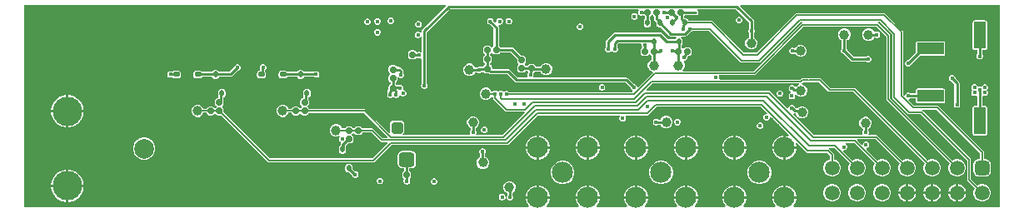
<source format=gbl>
G04*
G04 #@! TF.GenerationSoftware,Altium Limited,Altium Designer,23.0.1 (38)*
G04*
G04 Layer_Physical_Order=6*
G04 Layer_Color=16711680*
%FSAX25Y25*%
%MOIN*%
G70*
G04*
G04 #@! TF.SameCoordinates,B9DD0259-405E-4331-997F-192D94839516*
G04*
G04*
G04 #@! TF.FilePolarity,Positive*
G04*
G01*
G75*
%ADD10C,0.00984*%
%ADD15C,0.00500*%
%ADD16C,0.01000*%
G04:AMPARAMS|DCode=25|XSize=23.62mil|YSize=23.62mil|CornerRadius=5.91mil|HoleSize=0mil|Usage=FLASHONLY|Rotation=270.000|XOffset=0mil|YOffset=0mil|HoleType=Round|Shape=RoundedRectangle|*
%AMROUNDEDRECTD25*
21,1,0.02362,0.01181,0,0,270.0*
21,1,0.01181,0.02362,0,0,270.0*
1,1,0.01181,-0.00591,-0.00591*
1,1,0.01181,-0.00591,0.00591*
1,1,0.01181,0.00591,0.00591*
1,1,0.01181,0.00591,-0.00591*
%
%ADD25ROUNDEDRECTD25*%
G04:AMPARAMS|DCode=29|XSize=25.2mil|YSize=25.2mil|CornerRadius=6.3mil|HoleSize=0mil|Usage=FLASHONLY|Rotation=270.000|XOffset=0mil|YOffset=0mil|HoleType=Round|Shape=RoundedRectangle|*
%AMROUNDEDRECTD29*
21,1,0.02520,0.01260,0,0,270.0*
21,1,0.01260,0.02520,0,0,270.0*
1,1,0.01260,-0.00630,-0.00630*
1,1,0.01260,-0.00630,0.00630*
1,1,0.01260,0.00630,0.00630*
1,1,0.01260,0.00630,-0.00630*
%
%ADD29ROUNDEDRECTD29*%
G04:AMPARAMS|DCode=32|XSize=23.62mil|YSize=23.62mil|CornerRadius=5.91mil|HoleSize=0mil|Usage=FLASHONLY|Rotation=0.000|XOffset=0mil|YOffset=0mil|HoleType=Round|Shape=RoundedRectangle|*
%AMROUNDEDRECTD32*
21,1,0.02362,0.01181,0,0,0.0*
21,1,0.01181,0.02362,0,0,0.0*
1,1,0.01181,0.00591,-0.00591*
1,1,0.01181,-0.00591,-0.00591*
1,1,0.01181,-0.00591,0.00591*
1,1,0.01181,0.00591,0.00591*
%
%ADD32ROUNDEDRECTD32*%
G04:AMPARAMS|DCode=33|XSize=25.2mil|YSize=25.2mil|CornerRadius=6.3mil|HoleSize=0mil|Usage=FLASHONLY|Rotation=180.000|XOffset=0mil|YOffset=0mil|HoleType=Round|Shape=RoundedRectangle|*
%AMROUNDEDRECTD33*
21,1,0.02520,0.01260,0,0,180.0*
21,1,0.01260,0.02520,0,0,180.0*
1,1,0.01260,-0.00630,0.00630*
1,1,0.01260,0.00630,0.00630*
1,1,0.01260,0.00630,-0.00630*
1,1,0.01260,-0.00630,-0.00630*
%
%ADD33ROUNDEDRECTD33*%
%ADD95C,0.01181*%
%ADD100C,0.08425*%
%ADD101C,0.05906*%
G04:AMPARAMS|DCode=102|XSize=59.06mil|YSize=59.06mil|CornerRadius=14.76mil|HoleSize=0mil|Usage=FLASHONLY|Rotation=180.000|XOffset=0mil|YOffset=0mil|HoleType=Round|Shape=RoundedRectangle|*
%AMROUNDEDRECTD102*
21,1,0.05906,0.02953,0,0,180.0*
21,1,0.02953,0.05906,0,0,180.0*
1,1,0.02953,-0.01476,0.01476*
1,1,0.02953,0.01476,0.01476*
1,1,0.02953,0.01476,-0.01476*
1,1,0.02953,-0.01476,-0.01476*
%
%ADD102ROUNDEDRECTD102*%
%ADD103C,0.11811*%
%ADD104C,0.07874*%
%ADD105C,0.01600*%
%ADD106C,0.03937*%
G04:AMPARAMS|DCode=107|XSize=18.5mil|YSize=23.62mil|CornerRadius=4.63mil|HoleSize=0mil|Usage=FLASHONLY|Rotation=0.000|XOffset=0mil|YOffset=0mil|HoleType=Round|Shape=RoundedRectangle|*
%AMROUNDEDRECTD107*
21,1,0.01850,0.01437,0,0,0.0*
21,1,0.00925,0.02362,0,0,0.0*
1,1,0.00925,0.00463,-0.00719*
1,1,0.00925,-0.00463,-0.00719*
1,1,0.00925,-0.00463,0.00719*
1,1,0.00925,0.00463,0.00719*
%
%ADD107ROUNDEDRECTD107*%
G04:AMPARAMS|DCode=108|XSize=25.59mil|YSize=19.68mil|CornerRadius=4.92mil|HoleSize=0mil|Usage=FLASHONLY|Rotation=0.000|XOffset=0mil|YOffset=0mil|HoleType=Round|Shape=RoundedRectangle|*
%AMROUNDEDRECTD108*
21,1,0.02559,0.00984,0,0,0.0*
21,1,0.01575,0.01968,0,0,0.0*
1,1,0.00984,0.00787,-0.00492*
1,1,0.00984,-0.00787,-0.00492*
1,1,0.00984,-0.00787,0.00492*
1,1,0.00984,0.00787,0.00492*
%
%ADD108ROUNDEDRECTD108*%
G04:AMPARAMS|DCode=109|XSize=108.27mil|YSize=47.24mil|CornerRadius=2.36mil|HoleSize=0mil|Usage=FLASHONLY|Rotation=90.000|XOffset=0mil|YOffset=0mil|HoleType=Round|Shape=RoundedRectangle|*
%AMROUNDEDRECTD109*
21,1,0.10827,0.04252,0,0,90.0*
21,1,0.10354,0.04724,0,0,90.0*
1,1,0.00472,0.02126,0.05177*
1,1,0.00472,0.02126,-0.05177*
1,1,0.00472,-0.02126,-0.05177*
1,1,0.00472,-0.02126,0.05177*
%
%ADD109ROUNDEDRECTD109*%
G04:AMPARAMS|DCode=110|XSize=47.24mil|YSize=47.24mil|CornerRadius=11.81mil|HoleSize=0mil|Usage=FLASHONLY|Rotation=0.000|XOffset=0mil|YOffset=0mil|HoleType=Round|Shape=RoundedRectangle|*
%AMROUNDEDRECTD110*
21,1,0.04724,0.02362,0,0,0.0*
21,1,0.02362,0.04724,0,0,0.0*
1,1,0.02362,0.01181,-0.01181*
1,1,0.02362,-0.01181,-0.01181*
1,1,0.02362,-0.01181,0.01181*
1,1,0.02362,0.01181,0.01181*
%
%ADD110ROUNDEDRECTD110*%
G04:AMPARAMS|DCode=111|XSize=62.99mil|YSize=59.06mil|CornerRadius=14.76mil|HoleSize=0mil|Usage=FLASHONLY|Rotation=0.000|XOffset=0mil|YOffset=0mil|HoleType=Round|Shape=RoundedRectangle|*
%AMROUNDEDRECTD111*
21,1,0.06299,0.02953,0,0,0.0*
21,1,0.03347,0.05906,0,0,0.0*
1,1,0.02953,0.01673,-0.01476*
1,1,0.02953,-0.01673,-0.01476*
1,1,0.02953,-0.01673,0.01476*
1,1,0.02953,0.01673,0.01476*
%
%ADD111ROUNDEDRECTD111*%
G04:AMPARAMS|DCode=112|XSize=108.27mil|YSize=47.24mil|CornerRadius=2.36mil|HoleSize=0mil|Usage=FLASHONLY|Rotation=0.000|XOffset=0mil|YOffset=0mil|HoleType=Round|Shape=RoundedRectangle|*
%AMROUNDEDRECTD112*
21,1,0.10827,0.04252,0,0,0.0*
21,1,0.10354,0.04724,0,0,0.0*
1,1,0.00472,0.05177,-0.02126*
1,1,0.00472,-0.05177,-0.02126*
1,1,0.00472,-0.05177,0.02126*
1,1,0.00472,0.05177,0.02126*
%
%ADD112ROUNDEDRECTD112*%
G36*
X0391316Y0001204D02*
X0308979Y0001204D01*
X0308787Y0001666D01*
X0309127Y0002006D01*
X0309760Y0003103D01*
X0310088Y0004327D01*
Y0004461D01*
X0300463D01*
Y0004327D01*
X0300791Y0003103D01*
X0301425Y0002006D01*
X0301764Y0001666D01*
X0301573Y0001204D01*
X0288979D01*
X0288787Y0001666D01*
X0289127Y0002006D01*
X0289760Y0003103D01*
X0290088Y0004327D01*
Y0004461D01*
X0280463D01*
Y0004327D01*
X0280791Y0003103D01*
X0281424Y0002006D01*
X0281764Y0001666D01*
X0281573Y0001204D01*
X0269608D01*
X0269417Y0001666D01*
X0269757Y0002006D01*
X0270390Y0003103D01*
X0270718Y0004327D01*
Y0004461D01*
X0261093D01*
Y0004327D01*
X0261421Y0003103D01*
X0262054Y0002006D01*
X0262394Y0001666D01*
X0262203Y0001204D01*
X0249608D01*
X0249417Y0001666D01*
X0249757Y0002006D01*
X0250390Y0003103D01*
X0250718Y0004327D01*
Y0004461D01*
X0241093D01*
Y0004327D01*
X0241421Y0003103D01*
X0242055Y0002006D01*
X0242394Y0001666D01*
X0242203Y0001204D01*
X0230238D01*
X0230047Y0001666D01*
X0230386Y0002006D01*
X0231020Y0003103D01*
X0231348Y0004327D01*
Y0004461D01*
X0221723D01*
Y0004327D01*
X0222051Y0003103D01*
X0222684Y0002006D01*
X0223024Y0001666D01*
X0222832Y0001204D01*
X0210238D01*
X0210047Y0001666D01*
X0210386Y0002006D01*
X0211020Y0003103D01*
X0211348Y0004327D01*
Y0004461D01*
X0201723D01*
Y0004327D01*
X0202051Y0003103D01*
X0202684Y0002006D01*
X0203024Y0001666D01*
X0202833Y0001204D01*
X0001204Y0001204D01*
X0001204Y0082136D01*
X0169650D01*
X0169842Y0081674D01*
X0160500Y0072332D01*
X0160278Y0072001D01*
X0160201Y0071611D01*
Y0071071D01*
X0160047Y0070990D01*
X0159701Y0070918D01*
X0159408Y0071210D01*
X0158931Y0071408D01*
X0158414D01*
X0157936Y0071210D01*
X0157570Y0070845D01*
X0157372Y0070367D01*
Y0069850D01*
X0157570Y0069372D01*
X0157936Y0069006D01*
X0158414Y0068808D01*
X0158931D01*
X0159408Y0069006D01*
X0159701Y0069299D01*
X0160047Y0069227D01*
X0160201Y0069145D01*
Y0063492D01*
X0159701Y0063159D01*
X0159530Y0063229D01*
X0159013D01*
X0158607Y0063061D01*
X0158092Y0063217D01*
X0157842Y0063590D01*
X0157468Y0063840D01*
X0157028Y0063928D01*
X0155768D01*
X0155327Y0063840D01*
X0154953Y0063590D01*
X0154703Y0063217D01*
X0154616Y0062776D01*
Y0061516D01*
X0154703Y0061075D01*
X0154953Y0060701D01*
X0155327Y0060451D01*
X0155768Y0060364D01*
X0157028D01*
X0157468Y0060451D01*
X0157842Y0060701D01*
X0157929Y0060831D01*
X0158490Y0060873D01*
X0158535Y0060827D01*
X0159013Y0060629D01*
X0159530D01*
X0159701Y0060700D01*
X0160201Y0060367D01*
Y0050622D01*
X0160118Y0050540D01*
X0159921Y0050062D01*
Y0049545D01*
X0160118Y0049067D01*
X0160484Y0048701D01*
X0160962Y0048503D01*
X0161479D01*
X0161957Y0048701D01*
X0162323Y0049067D01*
X0162521Y0049545D01*
Y0050062D01*
X0162323Y0050540D01*
X0162240Y0050622D01*
Y0071189D01*
X0171528Y0080476D01*
X0246811D01*
X0247019Y0079976D01*
X0246907Y0079865D01*
X0246709Y0079387D01*
Y0078869D01*
X0246907Y0078392D01*
X0247272Y0078026D01*
X0247750Y0077828D01*
X0248267D01*
X0248536Y0077940D01*
X0248746Y0078025D01*
X0249201Y0077775D01*
X0249214Y0077757D01*
X0249472Y0077584D01*
Y0076471D01*
X0249237Y0076314D01*
X0249024Y0075996D01*
X0248950Y0075620D01*
Y0074183D01*
X0249024Y0073808D01*
X0249237Y0073489D01*
X0249555Y0073276D01*
X0249931Y0073202D01*
X0250856D01*
X0251232Y0073276D01*
X0251550Y0073489D01*
X0251763Y0073808D01*
X0251838Y0074183D01*
Y0075620D01*
X0251763Y0075996D01*
X0251550Y0076314D01*
X0251512Y0076340D01*
Y0077497D01*
X0251607Y0077516D01*
X0251967Y0077757D01*
X0252082Y0077929D01*
X0252642D01*
X0252757Y0077757D01*
X0253114Y0077518D01*
Y0076458D01*
X0253192Y0076067D01*
X0253413Y0075737D01*
X0254068Y0075082D01*
Y0074183D01*
X0254142Y0073808D01*
X0254355Y0073489D01*
X0254674Y0073276D01*
X0255049Y0073202D01*
X0255692D01*
X0259072Y0069822D01*
X0259403Y0069600D01*
X0259793Y0069523D01*
X0261823D01*
X0262123Y0069059D01*
X0262119Y0069023D01*
X0261836Y0068834D01*
X0261623Y0068515D01*
X0261608Y0068441D01*
X0258592D01*
X0256331Y0070701D01*
X0256000Y0070922D01*
X0255610Y0071000D01*
X0237500D01*
X0237110Y0070922D01*
X0236779Y0070701D01*
X0234122Y0068044D01*
X0233900Y0067713D01*
X0233823Y0067323D01*
Y0065189D01*
X0233740Y0065106D01*
X0233542Y0064629D01*
Y0064112D01*
X0233740Y0063634D01*
X0234106Y0063268D01*
X0234584Y0063070D01*
X0235101D01*
X0235579Y0063268D01*
X0235813Y0063502D01*
X0236122Y0063586D01*
X0236431Y0063502D01*
X0236665Y0063268D01*
X0237143Y0063070D01*
X0237660D01*
X0238138Y0063268D01*
X0238504Y0063634D01*
X0238702Y0064112D01*
Y0064629D01*
X0238504Y0065106D01*
X0238421Y0065189D01*
Y0066310D01*
X0238958Y0066847D01*
X0247877D01*
X0248211Y0066347D01*
X0248202Y0066325D01*
Y0065808D01*
X0248314Y0065539D01*
X0248399Y0065329D01*
X0248149Y0064873D01*
X0248131Y0064861D01*
X0247890Y0064500D01*
X0247805Y0064075D01*
Y0062894D01*
X0247890Y0062468D01*
X0248131Y0062107D01*
X0248492Y0061866D01*
X0248917Y0061782D01*
X0250098D01*
X0250524Y0061866D01*
X0250885Y0062107D01*
X0251000Y0062280D01*
X0251559D01*
X0251674Y0062107D01*
X0252032Y0061869D01*
Y0060124D01*
X0251653Y0059967D01*
X0250958Y0059272D01*
X0250583Y0058365D01*
Y0057383D01*
X0250958Y0056476D01*
X0251653Y0055781D01*
X0252472Y0055442D01*
X0252608Y0055119D01*
X0252643Y0054905D01*
X0246879Y0049141D01*
X0246595Y0049217D01*
X0246357Y0049327D01*
X0246181Y0049752D01*
X0245815Y0050118D01*
X0245337Y0050316D01*
X0245221D01*
X0242917Y0052619D01*
X0242586Y0052840D01*
X0242196Y0052918D01*
X0205070D01*
X0204958Y0053049D01*
X0204793Y0053418D01*
X0204942Y0053777D01*
Y0054294D01*
X0204884Y0054434D01*
X0205051Y0054977D01*
X0205412Y0055218D01*
X0205585Y0055476D01*
X0207651D01*
X0207848Y0054999D01*
X0208543Y0054305D01*
X0209450Y0053929D01*
X0210432D01*
X0211339Y0054305D01*
X0212034Y0054999D01*
X0212409Y0055907D01*
Y0056889D01*
X0212034Y0057796D01*
X0211339Y0058490D01*
X0210432Y0058866D01*
X0209450D01*
X0208543Y0058490D01*
X0207848Y0057796D01*
X0207732Y0057516D01*
X0205672D01*
X0205653Y0057611D01*
X0205412Y0057971D01*
X0205051Y0058212D01*
X0204626Y0058297D01*
X0203445D01*
X0203019Y0058212D01*
X0202659Y0057971D01*
X0202420Y0057614D01*
X0201714D01*
X0201475Y0057971D01*
X0201303Y0058087D01*
Y0058646D01*
X0201475Y0058761D01*
X0201716Y0059122D01*
X0201801Y0059547D01*
Y0060728D01*
X0201716Y0061154D01*
X0201475Y0061515D01*
X0201115Y0061756D01*
X0200689Y0061840D01*
X0199838D01*
X0196981Y0064697D01*
X0196650Y0064918D01*
X0196260Y0064996D01*
X0191576D01*
X0191337Y0065353D01*
X0190980Y0065592D01*
Y0073169D01*
X0190903Y0073559D01*
X0190750Y0073787D01*
X0190991Y0074152D01*
X0191052Y0074204D01*
X0191080Y0074192D01*
X0191597D01*
X0192075Y0074390D01*
X0192441Y0074756D01*
X0192639Y0075234D01*
Y0075751D01*
X0192441Y0076228D01*
X0192075Y0076594D01*
X0191597Y0076792D01*
X0191080D01*
X0190602Y0076594D01*
X0190236Y0076228D01*
X0190039Y0075751D01*
Y0075240D01*
X0190019Y0075221D01*
X0189610Y0074962D01*
X0188911Y0075660D01*
Y0075777D01*
X0188714Y0076255D01*
X0188348Y0076621D01*
X0187870Y0076818D01*
X0187353D01*
X0186875Y0076621D01*
X0186509Y0076255D01*
X0186311Y0075777D01*
Y0075260D01*
X0186509Y0074782D01*
X0186875Y0074416D01*
X0187353Y0074218D01*
X0187469D01*
X0188941Y0072747D01*
Y0065592D01*
X0188584Y0065353D01*
X0188469Y0065181D01*
X0187909D01*
X0187794Y0065353D01*
X0187433Y0065594D01*
X0187008Y0065679D01*
X0185827D01*
X0185401Y0065594D01*
X0185040Y0065353D01*
X0184800Y0064992D01*
X0184715Y0064567D01*
Y0063386D01*
X0184800Y0062960D01*
X0185040Y0062600D01*
X0185401Y0062359D01*
X0185406Y0062358D01*
Y0061855D01*
X0185401Y0061854D01*
X0185040Y0061613D01*
X0184800Y0061252D01*
X0184715Y0060827D01*
Y0059646D01*
X0184800Y0059220D01*
X0185040Y0058859D01*
X0185401Y0058618D01*
X0185406Y0058618D01*
Y0058105D01*
X0185071Y0057882D01*
X0184821Y0057508D01*
X0184767Y0057232D01*
X0183741D01*
X0183329Y0057402D01*
X0182812D01*
X0182334Y0057204D01*
X0182244Y0057114D01*
X0181485D01*
X0181325Y0057501D01*
X0180631Y0058195D01*
X0179723Y0058571D01*
X0178741D01*
X0177834Y0058195D01*
X0177140Y0057501D01*
X0176764Y0056593D01*
Y0055611D01*
X0177140Y0054704D01*
X0177834Y0054010D01*
X0178741Y0053634D01*
X0179723D01*
X0180631Y0054010D01*
X0181325Y0054704D01*
X0181485Y0055091D01*
X0182244D01*
X0182334Y0055000D01*
X0182812Y0054802D01*
X0183329D01*
X0183807Y0055000D01*
X0184016Y0055209D01*
X0184927D01*
X0185071Y0054992D01*
X0185445Y0054743D01*
X0185886Y0054655D01*
X0186926D01*
X0187015Y0054566D01*
X0187346Y0054345D01*
X0187736Y0054267D01*
X0194291D01*
X0197381Y0051178D01*
X0197711Y0050956D01*
X0198101Y0050879D01*
X0241774D01*
X0243779Y0048874D01*
Y0048757D01*
X0243977Y0048279D01*
X0244342Y0047914D01*
X0244562Y0047286D01*
X0244439Y0047203D01*
X0195241D01*
X0194903Y0047541D01*
X0194425Y0047739D01*
X0193908D01*
X0193430Y0047541D01*
X0193352Y0047463D01*
X0193008Y0047220D01*
X0192699Y0047463D01*
X0192603Y0047559D01*
X0192125Y0047757D01*
X0191608D01*
X0191130Y0047559D01*
X0191044Y0047472D01*
X0190717Y0047229D01*
X0190390Y0047472D01*
X0190303Y0047559D01*
X0189825Y0047757D01*
X0189308D01*
X0188830Y0047559D01*
X0188644Y0047372D01*
X0188087Y0047449D01*
X0187919Y0047855D01*
X0187225Y0048549D01*
X0186318Y0048925D01*
X0185336D01*
X0184429Y0048549D01*
X0183734Y0047855D01*
X0183358Y0046948D01*
Y0045966D01*
X0183734Y0045058D01*
X0184429Y0044364D01*
X0185336Y0043988D01*
X0186318D01*
X0187225Y0044364D01*
X0187919Y0045058D01*
X0187971Y0045183D01*
X0188549Y0045304D01*
X0188789Y0045091D01*
Y0044698D01*
X0188847Y0044405D01*
X0189013Y0044157D01*
X0193554Y0039617D01*
X0193802Y0039451D01*
X0194095Y0039393D01*
X0194095Y0039393D01*
X0201223D01*
X0201430Y0038893D01*
X0192436Y0029899D01*
X0182050D01*
X0181811Y0030366D01*
X0182009Y0030844D01*
Y0031361D01*
X0181811Y0031839D01*
X0181728Y0031921D01*
Y0032790D01*
X0182107Y0032947D01*
X0182801Y0033641D01*
X0183177Y0034548D01*
Y0035530D01*
X0182801Y0036438D01*
X0182107Y0037132D01*
X0181200Y0037508D01*
X0180218D01*
X0179310Y0037132D01*
X0178616Y0036438D01*
X0178240Y0035530D01*
Y0034548D01*
X0178616Y0033641D01*
X0179310Y0032947D01*
X0179689Y0032790D01*
Y0031921D01*
X0179607Y0031839D01*
X0179409Y0031361D01*
Y0030844D01*
X0179607Y0030366D01*
X0179367Y0029899D01*
X0152717D01*
X0152565Y0030399D01*
X0152688Y0030481D01*
X0153060Y0031037D01*
X0153190Y0031693D01*
Y0034055D01*
X0153060Y0034711D01*
X0152688Y0035267D01*
X0152132Y0035639D01*
X0151476Y0035769D01*
X0149114D01*
X0148458Y0035639D01*
X0147902Y0035267D01*
X0147531Y0034711D01*
X0147400Y0034055D01*
Y0031693D01*
X0147508Y0031151D01*
X0147102Y0030859D01*
X0147096Y0030856D01*
X0137844Y0040108D01*
X0137596Y0040273D01*
X0137303Y0040332D01*
X0114955D01*
X0114905Y0040583D01*
X0114664Y0040944D01*
X0114492Y0041059D01*
Y0041618D01*
X0114664Y0041733D01*
X0114905Y0042094D01*
X0114990Y0042520D01*
Y0043701D01*
X0114905Y0044126D01*
X0114898Y0044138D01*
Y0045085D01*
X0115110Y0045127D01*
X0115428Y0045340D01*
X0115641Y0045658D01*
X0115716Y0046033D01*
Y0047471D01*
X0115641Y0047846D01*
X0115428Y0048164D01*
X0115110Y0048377D01*
X0114734Y0048452D01*
X0113809D01*
X0113434Y0048377D01*
X0113115Y0048164D01*
X0112902Y0047846D01*
X0112828Y0047471D01*
Y0046033D01*
X0112858Y0045879D01*
Y0044813D01*
X0112697D01*
X0112271Y0044728D01*
X0111911Y0044487D01*
X0111670Y0044126D01*
X0111585Y0043701D01*
Y0042520D01*
X0111670Y0042094D01*
X0111911Y0041733D01*
X0112051Y0041639D01*
X0112079Y0041148D01*
X0111706Y0040775D01*
X0111215Y0040803D01*
X0111121Y0040944D01*
X0110760Y0041185D01*
X0110335Y0041269D01*
X0109153D01*
X0108728Y0041185D01*
X0108367Y0040944D01*
X0108126Y0040583D01*
X0108096Y0040430D01*
X0106883D01*
X0106620Y0041064D01*
X0105926Y0041758D01*
X0105019Y0042134D01*
X0104036D01*
X0103129Y0041758D01*
X0102435Y0041064D01*
X0102059Y0040156D01*
Y0039174D01*
X0102435Y0038267D01*
X0103129Y0037573D01*
X0104036Y0037197D01*
X0105019D01*
X0105926Y0037573D01*
X0106620Y0038267D01*
X0106883Y0038901D01*
X0108057D01*
X0108126Y0038551D01*
X0108367Y0038190D01*
X0108728Y0037949D01*
X0109153Y0037864D01*
X0110335D01*
X0110760Y0037949D01*
X0111121Y0038190D01*
X0111236Y0038363D01*
X0111795D01*
X0111911Y0038190D01*
X0112271Y0037949D01*
X0112697Y0037864D01*
X0113878D01*
X0114304Y0037949D01*
X0114664Y0038190D01*
X0114905Y0038551D01*
X0114955Y0038802D01*
X0136986D01*
X0146609Y0029179D01*
X0146418Y0028717D01*
X0144510D01*
X0140895Y0032332D01*
X0140647Y0032498D01*
X0140354Y0032556D01*
X0136412D01*
X0136362Y0032807D01*
X0136121Y0033168D01*
X0135760Y0033409D01*
X0135335Y0033494D01*
X0134153D01*
X0133728Y0033409D01*
X0133367Y0033168D01*
X0133130Y0032814D01*
X0133097Y0032807D01*
X0132651D01*
X0132618Y0032814D01*
X0132381Y0033168D01*
X0132020Y0033409D01*
X0131595Y0033494D01*
X0130413D01*
X0129988Y0033409D01*
X0129627Y0033168D01*
X0129386Y0032807D01*
X0129336Y0032556D01*
X0128241D01*
X0127979Y0033190D01*
X0127284Y0033884D01*
X0126377Y0034260D01*
X0125395D01*
X0124487Y0033884D01*
X0123793Y0033190D01*
X0123417Y0032282D01*
Y0031300D01*
X0123793Y0030393D01*
X0124487Y0029699D01*
X0125395Y0029323D01*
X0126377D01*
X0127060Y0029606D01*
X0127344Y0029182D01*
X0127244Y0029083D01*
X0127047Y0028605D01*
Y0028088D01*
X0127244Y0027610D01*
X0127610Y0027244D01*
X0127688Y0027212D01*
X0127746Y0027135D01*
X0127854Y0026602D01*
X0127752Y0026449D01*
X0127668Y0026024D01*
X0127607Y0025838D01*
X0127288Y0025625D01*
X0127076Y0025307D01*
X0127001Y0024931D01*
Y0023494D01*
X0127076Y0023119D01*
X0127288Y0022800D01*
X0127607Y0022587D01*
X0127982Y0022513D01*
X0128908D01*
X0129283Y0022587D01*
X0129602Y0022800D01*
X0129814Y0023119D01*
X0129889Y0023494D01*
Y0024534D01*
X0129892Y0024547D01*
X0129892Y0024547D01*
Y0025563D01*
X0130874Y0026546D01*
X0131595D01*
X0132020Y0026630D01*
X0132381Y0026871D01*
X0132622Y0027232D01*
X0132706Y0027657D01*
Y0028839D01*
X0132622Y0029264D01*
X0132381Y0029625D01*
X0132208Y0029740D01*
Y0030299D01*
X0132381Y0030415D01*
X0132618Y0030769D01*
X0132651Y0030775D01*
X0133097D01*
X0133130Y0030769D01*
X0133367Y0030415D01*
X0133728Y0030174D01*
X0134153Y0030089D01*
X0135335D01*
X0135760Y0030174D01*
X0136121Y0030415D01*
X0136362Y0030775D01*
X0136412Y0031027D01*
X0140038D01*
X0143652Y0027412D01*
X0143652Y0027412D01*
X0143900Y0027246D01*
X0144193Y0027188D01*
X0144193Y0027188D01*
X0146516D01*
X0146708Y0026726D01*
X0140530Y0020548D01*
X0099332D01*
X0080930Y0038951D01*
X0080935Y0038976D01*
Y0040157D01*
X0080850Y0040583D01*
X0080609Y0040944D01*
X0080437Y0041059D01*
Y0041618D01*
X0080609Y0041733D01*
X0080850Y0042094D01*
X0080935Y0042520D01*
Y0043701D01*
X0080850Y0044126D01*
X0080842Y0044138D01*
Y0045085D01*
X0081055Y0045127D01*
X0081373Y0045340D01*
X0081586Y0045658D01*
X0081660Y0046033D01*
Y0047471D01*
X0081586Y0047846D01*
X0081373Y0048164D01*
X0081055Y0048377D01*
X0080679Y0048452D01*
X0079754D01*
X0079378Y0048377D01*
X0079060Y0048164D01*
X0078847Y0047846D01*
X0078772Y0047471D01*
Y0046033D01*
X0078803Y0045879D01*
Y0044813D01*
X0078642D01*
X0078216Y0044728D01*
X0077855Y0044487D01*
X0077614Y0044126D01*
X0077530Y0043701D01*
Y0042520D01*
X0077614Y0042094D01*
X0077855Y0041733D01*
X0077996Y0041639D01*
X0078024Y0041148D01*
X0077651Y0040775D01*
X0077160Y0040803D01*
X0077066Y0040944D01*
X0076705Y0041185D01*
X0076279Y0041269D01*
X0075098D01*
X0074673Y0041185D01*
X0074312Y0040944D01*
X0074071Y0040583D01*
X0074041Y0040430D01*
X0072828D01*
X0072565Y0041064D01*
X0071871Y0041758D01*
X0070963Y0042134D01*
X0069981D01*
X0069074Y0041758D01*
X0068380Y0041064D01*
X0068004Y0040156D01*
Y0039174D01*
X0068380Y0038267D01*
X0069074Y0037573D01*
X0069981Y0037197D01*
X0070963D01*
X0071871Y0037573D01*
X0072565Y0038267D01*
X0072828Y0038901D01*
X0074001D01*
X0074071Y0038551D01*
X0074312Y0038190D01*
X0074673Y0037949D01*
X0075098Y0037864D01*
X0076279D01*
X0076705Y0037949D01*
X0077066Y0038190D01*
X0077181Y0038363D01*
X0077740D01*
X0077855Y0038190D01*
X0078216Y0037949D01*
X0078642Y0037864D01*
X0079823D01*
X0079848Y0037870D01*
X0098475Y0019243D01*
X0098723Y0019077D01*
X0099016Y0019019D01*
X0099016Y0019019D01*
X0140847D01*
X0141139Y0019077D01*
X0141387Y0019243D01*
X0148151Y0026007D01*
X0194488D01*
X0194781Y0026065D01*
X0195029Y0026231D01*
X0206616Y0037818D01*
X0239180D01*
X0239331Y0037549D01*
X0239415Y0037318D01*
X0239236Y0036887D01*
Y0036370D01*
X0239434Y0035893D01*
X0239800Y0035527D01*
X0240278Y0035329D01*
X0240795D01*
X0241273Y0035527D01*
X0241638Y0035893D01*
X0241836Y0036370D01*
Y0036887D01*
X0241658Y0037318D01*
X0241742Y0037549D01*
X0241893Y0037818D01*
X0250394D01*
X0250686Y0037876D01*
X0250934Y0038042D01*
X0254142Y0041250D01*
X0295858D01*
X0298306Y0038801D01*
X0298093Y0038308D01*
X0297773D01*
X0297295Y0038110D01*
X0296929Y0037744D01*
X0296731Y0037266D01*
Y0036749D01*
X0296929Y0036272D01*
X0297295Y0035906D01*
X0297773Y0035708D01*
X0298290D01*
X0298768Y0035906D01*
X0299134Y0036272D01*
X0299331Y0036749D01*
Y0037069D01*
X0299825Y0037283D01*
X0307149Y0029959D01*
X0306890Y0029510D01*
X0305909Y0029773D01*
X0305776D01*
Y0025461D01*
X0310088D01*
Y0025594D01*
X0309825Y0026575D01*
X0310274Y0026834D01*
X0314026Y0023081D01*
X0314026Y0023081D01*
X0314274Y0022916D01*
X0314567Y0022857D01*
X0322518D01*
X0323612Y0021763D01*
Y0020181D01*
X0323044Y0020029D01*
X0322257Y0019574D01*
X0321614Y0018931D01*
X0321159Y0018144D01*
X0320924Y0017266D01*
Y0016356D01*
X0321159Y0015478D01*
X0321614Y0014691D01*
X0322257Y0014048D01*
X0323044Y0013594D01*
X0323922Y0013358D01*
X0324831D01*
X0325710Y0013594D01*
X0326497Y0014048D01*
X0327140Y0014691D01*
X0327594Y0015478D01*
X0327830Y0016356D01*
Y0017266D01*
X0327594Y0018144D01*
X0327140Y0018931D01*
X0326497Y0019574D01*
X0325710Y0020029D01*
X0325142Y0020181D01*
Y0022080D01*
X0325083Y0022373D01*
X0324918Y0022621D01*
X0323375Y0024163D01*
X0323127Y0024329D01*
X0323190Y0024826D01*
X0325281D01*
X0331454Y0018653D01*
X0331160Y0018144D01*
X0330924Y0017266D01*
Y0016356D01*
X0331160Y0015478D01*
X0331614Y0014691D01*
X0332257Y0014048D01*
X0333044Y0013594D01*
X0333923Y0013358D01*
X0334832D01*
X0335710Y0013594D01*
X0336497Y0014048D01*
X0337140Y0014691D01*
X0337595Y0015478D01*
X0337830Y0016356D01*
Y0017266D01*
X0337595Y0018144D01*
X0337140Y0018931D01*
X0336497Y0019574D01*
X0335710Y0020029D01*
X0334832Y0020264D01*
X0333923D01*
X0333044Y0020029D01*
X0332535Y0019734D01*
X0328873Y0023397D01*
X0329080Y0023897D01*
X0329294D01*
X0329772Y0024095D01*
X0330137Y0024461D01*
X0330335Y0024938D01*
Y0025455D01*
X0330137Y0025933D01*
X0329776Y0026294D01*
X0329777Y0026321D01*
X0329882Y0026794D01*
X0333266D01*
X0341407Y0018653D01*
X0341113Y0018144D01*
X0340878Y0017266D01*
Y0016356D01*
X0341113Y0015478D01*
X0341568Y0014691D01*
X0342211Y0014048D01*
X0342998Y0013594D01*
X0343876Y0013358D01*
X0344785D01*
X0345663Y0013594D01*
X0346451Y0014048D01*
X0347094Y0014691D01*
X0347548Y0015478D01*
X0347783Y0016356D01*
Y0017266D01*
X0347548Y0018144D01*
X0347094Y0018931D01*
X0346451Y0019574D01*
X0345663Y0020029D01*
X0344785Y0020264D01*
X0343876D01*
X0342998Y0020029D01*
X0342489Y0019734D01*
X0338039Y0024184D01*
X0338096Y0024436D01*
X0338219Y0024712D01*
X0338630Y0024882D01*
X0338996Y0025248D01*
X0339194Y0025726D01*
Y0026243D01*
X0338996Y0026721D01*
X0338630Y0027086D01*
X0338152Y0027284D01*
X0337635D01*
X0337157Y0027086D01*
X0336792Y0026721D01*
X0336621Y0026309D01*
X0336346Y0026187D01*
X0336094Y0026129D01*
X0334354Y0027869D01*
X0334561Y0028369D01*
X0341691D01*
X0351407Y0018653D01*
X0351113Y0018144D01*
X0350878Y0017266D01*
Y0016356D01*
X0351113Y0015478D01*
X0351568Y0014691D01*
X0352211Y0014048D01*
X0352998Y0013594D01*
X0353876Y0013358D01*
X0354785D01*
X0355663Y0013594D01*
X0356451Y0014048D01*
X0357094Y0014691D01*
X0357548Y0015478D01*
X0357784Y0016356D01*
Y0017266D01*
X0357548Y0018144D01*
X0357094Y0018931D01*
X0356451Y0019574D01*
X0355663Y0020029D01*
X0354785Y0020264D01*
X0353876D01*
X0352998Y0020029D01*
X0352489Y0019734D01*
X0342549Y0029675D01*
X0342301Y0029840D01*
X0342008Y0029899D01*
X0339039D01*
X0338799Y0030366D01*
X0338997Y0030844D01*
Y0031361D01*
X0338799Y0031839D01*
X0338716Y0031921D01*
Y0032495D01*
X0339095Y0032651D01*
X0339790Y0033346D01*
X0340165Y0034253D01*
Y0035235D01*
X0339790Y0036142D01*
X0339095Y0036837D01*
X0338188Y0037213D01*
X0337206D01*
X0336299Y0036837D01*
X0335604Y0036142D01*
X0335228Y0035235D01*
Y0034253D01*
X0335604Y0033346D01*
X0336299Y0032651D01*
X0336677Y0032495D01*
Y0031921D01*
X0336595Y0031839D01*
X0336397Y0031361D01*
Y0030844D01*
X0336595Y0030366D01*
X0336355Y0029899D01*
X0317246D01*
X0308911Y0038234D01*
X0309174Y0038678D01*
X0309424Y0038628D01*
X0309835D01*
Y0038584D01*
X0310210Y0037677D01*
X0310905Y0036982D01*
X0311812Y0036606D01*
X0312794D01*
X0313701Y0036982D01*
X0314396Y0037677D01*
X0314772Y0038584D01*
Y0039566D01*
X0314396Y0040473D01*
X0313701Y0041168D01*
X0312794Y0041543D01*
X0311812D01*
X0310905Y0041168D01*
X0310389Y0040651D01*
X0309843D01*
X0309540Y0040954D01*
X0309370Y0041366D01*
X0309004Y0041731D01*
X0308526Y0041929D01*
X0308009D01*
X0307531Y0041731D01*
X0307166Y0041366D01*
X0306968Y0040888D01*
Y0040884D01*
X0306468Y0040677D01*
X0299753Y0047391D01*
X0299505Y0047557D01*
X0299213Y0047615D01*
X0250191D01*
X0249984Y0048115D01*
X0252490Y0050621D01*
X0311117D01*
X0311216Y0050121D01*
X0310511Y0049829D01*
X0309949Y0049267D01*
X0309461Y0049305D01*
X0309375Y0049346D01*
X0309370Y0049358D01*
X0309004Y0049724D01*
X0308526Y0049922D01*
X0308009D01*
X0307531Y0049724D01*
X0307166Y0049358D01*
X0306968Y0048881D01*
Y0048364D01*
X0307166Y0047886D01*
X0307531Y0047520D01*
X0307926Y0047357D01*
X0307934Y0047311D01*
Y0046903D01*
X0307926Y0046857D01*
X0307531Y0046693D01*
X0307166Y0046328D01*
X0306968Y0045850D01*
Y0045333D01*
X0307166Y0044855D01*
X0307531Y0044489D01*
X0308009Y0044291D01*
X0308526D01*
X0309004Y0044489D01*
X0309370Y0044855D01*
X0309568Y0045333D01*
Y0045850D01*
X0309546Y0045901D01*
X0309970Y0046184D01*
X0310511Y0045643D01*
X0311418Y0045268D01*
X0312401D01*
X0313308Y0045643D01*
X0314002Y0046338D01*
X0314378Y0047245D01*
Y0048227D01*
X0314002Y0049134D01*
X0313308Y0049829D01*
X0312401Y0050205D01*
X0312146Y0050669D01*
X0312150Y0050705D01*
X0312359Y0050845D01*
X0312718Y0051204D01*
X0314880D01*
X0314920Y0051212D01*
X0314961Y0051204D01*
X0319171D01*
X0322884Y0047491D01*
X0323132Y0047325D01*
X0323425Y0047267D01*
X0332793D01*
X0361407Y0018653D01*
X0361113Y0018144D01*
X0360878Y0017266D01*
Y0016356D01*
X0361113Y0015478D01*
X0361568Y0014691D01*
X0362211Y0014048D01*
X0362998Y0013594D01*
X0363876Y0013358D01*
X0364785D01*
X0365663Y0013594D01*
X0366451Y0014048D01*
X0367094Y0014691D01*
X0367548Y0015478D01*
X0367783Y0016356D01*
Y0017266D01*
X0367548Y0018144D01*
X0367094Y0018931D01*
X0366451Y0019574D01*
X0365663Y0020029D01*
X0364785Y0020264D01*
X0363876D01*
X0362998Y0020029D01*
X0362489Y0019734D01*
X0333651Y0048572D01*
X0333403Y0048738D01*
X0333110Y0048796D01*
X0323742D01*
X0320029Y0052509D01*
X0319781Y0052675D01*
X0319488Y0052733D01*
X0314961D01*
X0314920Y0052725D01*
X0314880Y0052733D01*
X0312402D01*
X0312109Y0052675D01*
X0311861Y0052509D01*
X0311502Y0052150D01*
X0279396D01*
X0279062Y0052650D01*
X0279073Y0052677D01*
Y0053194D01*
X0278963Y0053460D01*
X0279241Y0053960D01*
X0293307D01*
X0293600Y0054018D01*
X0293848Y0054184D01*
X0312915Y0073251D01*
X0342203D01*
X0346086Y0069368D01*
Y0044291D01*
X0346144Y0043999D01*
X0346310Y0043751D01*
X0371407Y0018653D01*
X0371113Y0018144D01*
X0370878Y0017266D01*
Y0016356D01*
X0371113Y0015478D01*
X0371568Y0014691D01*
X0372211Y0014048D01*
X0372998Y0013594D01*
X0373876Y0013358D01*
X0374785D01*
X0375663Y0013594D01*
X0376451Y0014048D01*
X0377094Y0014691D01*
X0377548Y0015478D01*
X0377783Y0016356D01*
Y0017266D01*
X0377548Y0018144D01*
X0377094Y0018931D01*
X0376451Y0019574D01*
X0375663Y0020029D01*
X0374785Y0020264D01*
X0373876D01*
X0372998Y0020029D01*
X0372489Y0019734D01*
X0347615Y0044608D01*
Y0069685D01*
X0347557Y0069978D01*
X0347391Y0070226D01*
X0347391Y0070226D01*
X0343060Y0074556D01*
X0342812Y0074722D01*
X0342875Y0075220D01*
X0343384D01*
X0348448Y0070156D01*
Y0044882D01*
X0348506Y0044589D01*
X0348672Y0044341D01*
X0354577Y0038436D01*
X0354825Y0038270D01*
X0355118Y0038212D01*
X0359920D01*
X0378369Y0019762D01*
Y0012008D01*
X0378427Y0011715D01*
X0378593Y0011467D01*
X0381407Y0008653D01*
X0381113Y0008144D01*
X0380878Y0007266D01*
Y0006357D01*
X0381113Y0005478D01*
X0381568Y0004691D01*
X0382211Y0004048D01*
X0382998Y0003594D01*
X0383876Y0003358D01*
X0384785D01*
X0385663Y0003594D01*
X0386451Y0004048D01*
X0387094Y0004691D01*
X0387548Y0005478D01*
X0387784Y0006357D01*
Y0007266D01*
X0387548Y0008144D01*
X0387094Y0008931D01*
X0386451Y0009574D01*
X0385663Y0010029D01*
X0384785Y0010264D01*
X0383876D01*
X0382998Y0010029D01*
X0382489Y0009734D01*
X0379899Y0012325D01*
Y0020079D01*
X0379840Y0020371D01*
X0379675Y0020619D01*
X0360777Y0039517D01*
X0360529Y0039683D01*
X0360592Y0040180D01*
X0366219D01*
X0383566Y0022833D01*
Y0020302D01*
X0382854D01*
X0382083Y0020149D01*
X0381429Y0019712D01*
X0380993Y0019059D01*
X0380839Y0018287D01*
Y0015335D01*
X0380993Y0014563D01*
X0381429Y0013910D01*
X0382083Y0013473D01*
X0382854Y0013320D01*
X0385807D01*
X0386578Y0013473D01*
X0387232Y0013910D01*
X0387669Y0014563D01*
X0387822Y0015335D01*
Y0018287D01*
X0387669Y0019059D01*
X0387232Y0019712D01*
X0386578Y0020149D01*
X0385807Y0020302D01*
X0385095D01*
Y0023150D01*
X0385037Y0023442D01*
X0384871Y0023690D01*
X0367076Y0041486D01*
X0366828Y0041651D01*
X0366535Y0041710D01*
X0357010D01*
X0354850Y0043869D01*
X0355057Y0044369D01*
X0355081D01*
X0355559Y0044567D01*
X0355642Y0044650D01*
X0357753D01*
Y0043543D01*
X0357810Y0043256D01*
X0357973Y0043012D01*
X0358217Y0042850D01*
X0358504Y0042793D01*
X0368858D01*
X0369145Y0042850D01*
X0369389Y0043012D01*
X0369552Y0043256D01*
X0369609Y0043543D01*
Y0047795D01*
X0369552Y0048083D01*
X0369389Y0048326D01*
X0369145Y0048489D01*
X0368858Y0048546D01*
X0358504D01*
X0358217Y0048489D01*
X0357973Y0048326D01*
X0357810Y0048083D01*
X0357753Y0047795D01*
Y0046689D01*
X0355642D01*
X0355559Y0046771D01*
X0355081Y0046969D01*
X0354564D01*
X0354086Y0046771D01*
X0353721Y0046406D01*
X0353537Y0045963D01*
X0353061Y0045798D01*
X0352733Y0046060D01*
Y0071260D01*
X0352675Y0071552D01*
X0352509Y0071801D01*
X0345816Y0078493D01*
X0345568Y0078659D01*
X0345276Y0078717D01*
X0310236D01*
X0309944Y0078659D01*
X0309696Y0078493D01*
X0294171Y0062969D01*
X0289096D01*
X0276623Y0075442D01*
X0276375Y0075608D01*
X0276083Y0075666D01*
X0266986D01*
X0266920Y0075996D01*
X0266708Y0076314D01*
X0266389Y0076527D01*
X0266014Y0076601D01*
X0265333D01*
X0265059Y0076875D01*
Y0077692D01*
X0265156Y0077757D01*
X0265368Y0078074D01*
X0269718D01*
X0269920Y0078034D01*
X0270310Y0078111D01*
X0270641Y0078333D01*
X0270862Y0078663D01*
X0270939Y0079053D01*
X0270862Y0079444D01*
X0270641Y0079774D01*
X0270600Y0079815D01*
X0270358Y0079976D01*
X0270412Y0080400D01*
X0270441Y0080476D01*
X0285798D01*
X0291108Y0075166D01*
Y0072394D01*
X0291026Y0072312D01*
X0290828Y0071834D01*
Y0071317D01*
X0291026Y0070839D01*
X0291058Y0070806D01*
Y0069003D01*
X0290629Y0068825D01*
X0289935Y0068131D01*
X0289559Y0067223D01*
Y0066241D01*
X0289935Y0065334D01*
X0290629Y0064640D01*
X0291536Y0064264D01*
X0292519D01*
X0293426Y0064640D01*
X0294120Y0065334D01*
X0294496Y0066241D01*
Y0067223D01*
X0294120Y0068131D01*
X0293426Y0068825D01*
X0293097Y0068961D01*
Y0070634D01*
X0293115Y0070724D01*
X0293230Y0070839D01*
X0293428Y0071317D01*
Y0071834D01*
X0293230Y0072312D01*
X0293148Y0072394D01*
Y0075589D01*
X0293070Y0075979D01*
X0292849Y0076310D01*
X0287484Y0081674D01*
X0287676Y0082136D01*
X0391316D01*
X0391316Y0001204D01*
D02*
G37*
G36*
X0198396Y0060398D02*
Y0059547D01*
X0198481Y0059122D01*
X0198722Y0058761D01*
X0198894Y0058646D01*
Y0058087D01*
X0198722Y0057971D01*
X0198481Y0057611D01*
X0198396Y0057185D01*
Y0056004D01*
X0198481Y0055578D01*
X0198722Y0055218D01*
X0199082Y0054977D01*
X0199508Y0054892D01*
X0200689D01*
X0201115Y0054977D01*
X0201475Y0055218D01*
X0201714Y0055575D01*
X0202350D01*
X0202645Y0055168D01*
X0202540Y0054772D01*
X0202342Y0054294D01*
Y0053777D01*
X0202490Y0053418D01*
X0202326Y0053049D01*
X0202214Y0052918D01*
X0198524D01*
X0195434Y0056008D01*
X0195104Y0056229D01*
X0194713Y0056306D01*
X0188298D01*
Y0057067D01*
X0188210Y0057508D01*
X0187960Y0057882D01*
X0187587Y0058131D01*
X0187548Y0058139D01*
X0187468Y0058472D01*
X0187468Y0058641D01*
X0187794Y0058859D01*
X0188035Y0059220D01*
X0188120Y0059646D01*
Y0060827D01*
X0188035Y0061252D01*
X0187794Y0061613D01*
X0187433Y0061854D01*
X0187429Y0061855D01*
Y0062358D01*
X0187433Y0062359D01*
X0187794Y0062600D01*
X0187909Y0062772D01*
X0188469D01*
X0188584Y0062600D01*
X0188945Y0062359D01*
X0189370Y0062274D01*
X0190551D01*
X0190977Y0062359D01*
X0191337Y0062600D01*
X0191576Y0062957D01*
X0195837D01*
X0198396Y0060398D01*
D02*
G37*
G36*
X0312306Y0074722D02*
X0312058Y0074556D01*
X0312058Y0074556D01*
X0292990Y0055489D01*
X0264707D01*
X0264500Y0055989D01*
X0264986Y0056476D01*
X0265362Y0057383D01*
Y0058365D01*
X0264986Y0059272D01*
X0264937Y0059322D01*
X0265144Y0059822D01*
X0265416D01*
X0265894Y0060020D01*
X0266260Y0060386D01*
X0266458Y0060864D01*
Y0061142D01*
X0266533Y0061218D01*
X0266754Y0061549D01*
X0266800Y0061782D01*
X0267028D01*
X0267453Y0061866D01*
X0267814Y0062107D01*
X0268055Y0062468D01*
X0268140Y0062894D01*
Y0064075D01*
X0268055Y0064500D01*
X0267814Y0064861D01*
X0267453Y0065102D01*
X0267028Y0065187D01*
X0265846D01*
X0265421Y0065102D01*
X0265060Y0064861D01*
X0264945Y0064689D01*
X0264386D01*
X0264270Y0064861D01*
X0264012Y0065034D01*
Y0065917D01*
X0264149Y0066009D01*
X0264362Y0066327D01*
X0264436Y0066703D01*
Y0068140D01*
X0264362Y0068515D01*
X0264149Y0068834D01*
X0263866Y0069023D01*
X0263861Y0069059D01*
X0264161Y0069523D01*
X0265523D01*
X0265913Y0069600D01*
X0266244Y0069822D01*
X0267465Y0071043D01*
X0267581D01*
X0268059Y0071240D01*
X0268397Y0071578D01*
X0275175D01*
X0287451Y0059302D01*
X0287451Y0059302D01*
X0287700Y0059136D01*
X0287992Y0059078D01*
X0295276D01*
X0295568Y0059136D01*
X0295816Y0059302D01*
X0311734Y0075220D01*
X0312243D01*
X0312306Y0074722D01*
D02*
G37*
%LPC*%
G36*
X0245534Y0078761D02*
X0245017D01*
X0244539Y0078563D01*
X0244174Y0078197D01*
X0243976Y0077719D01*
Y0077202D01*
X0244174Y0076724D01*
X0244539Y0076358D01*
X0245017Y0076161D01*
X0245534D01*
X0246012Y0076358D01*
X0246378Y0076724D01*
X0246576Y0077202D01*
Y0077719D01*
X0246378Y0078197D01*
X0246012Y0078563D01*
X0245534Y0078761D01*
D02*
G37*
G36*
X0287365Y0077285D02*
X0286848D01*
X0286370Y0077087D01*
X0286004Y0076722D01*
X0285806Y0076244D01*
Y0075727D01*
X0286004Y0075249D01*
X0286370Y0074883D01*
X0286848Y0074685D01*
X0287365D01*
X0287843Y0074883D01*
X0288208Y0075249D01*
X0288406Y0075727D01*
Y0076244D01*
X0288208Y0076722D01*
X0287843Y0077087D01*
X0287365Y0077285D01*
D02*
G37*
G36*
X0147995Y0077087D02*
X0147478D01*
X0147000Y0076889D01*
X0146634Y0076524D01*
X0146436Y0076046D01*
Y0075529D01*
X0146634Y0075051D01*
X0147000Y0074685D01*
X0147478Y0074487D01*
X0147995D01*
X0148473Y0074685D01*
X0148838Y0075051D01*
X0149036Y0075529D01*
Y0076046D01*
X0148838Y0076524D01*
X0148473Y0076889D01*
X0147995Y0077087D01*
D02*
G37*
G36*
X0195307Y0076831D02*
X0194790D01*
X0194312Y0076633D01*
X0193946Y0076267D01*
X0193748Y0075789D01*
Y0075272D01*
X0193946Y0074794D01*
X0194312Y0074429D01*
X0194790Y0074231D01*
X0195307D01*
X0195784Y0074429D01*
X0196150Y0074794D01*
X0196348Y0075272D01*
Y0075789D01*
X0196150Y0076267D01*
X0195784Y0076633D01*
X0195307Y0076831D01*
D02*
G37*
G36*
X0142680Y0076792D02*
X0142163D01*
X0141685Y0076594D01*
X0141319Y0076229D01*
X0141121Y0075751D01*
Y0075234D01*
X0141319Y0074756D01*
X0141685Y0074390D01*
X0142163Y0074192D01*
X0142680D01*
X0143158Y0074390D01*
X0143523Y0074756D01*
X0143721Y0075234D01*
Y0075751D01*
X0143523Y0076229D01*
X0143158Y0076594D01*
X0142680Y0076792D01*
D02*
G37*
G36*
X0138743Y0076711D02*
X0138226D01*
X0137748Y0076513D01*
X0137382Y0076147D01*
X0137184Y0075669D01*
Y0075152D01*
X0137382Y0074674D01*
X0137748Y0074309D01*
X0138226Y0074111D01*
X0138743D01*
X0139221Y0074309D01*
X0139586Y0074674D01*
X0139784Y0075152D01*
Y0075669D01*
X0139586Y0076147D01*
X0139221Y0076513D01*
X0138743Y0076711D01*
D02*
G37*
G36*
X0159117Y0075611D02*
X0158600D01*
X0158122Y0075413D01*
X0157756Y0075047D01*
X0157558Y0074570D01*
Y0074052D01*
X0157756Y0073575D01*
X0158122Y0073209D01*
X0158600Y0073011D01*
X0159117D01*
X0159595Y0073209D01*
X0159960Y0073575D01*
X0160158Y0074052D01*
Y0074570D01*
X0159960Y0075047D01*
X0159595Y0075413D01*
X0159117Y0075611D01*
D02*
G37*
G36*
X0223782Y0074725D02*
X0223265D01*
X0222787Y0074527D01*
X0222422Y0074162D01*
X0222224Y0073684D01*
Y0073167D01*
X0222422Y0072689D01*
X0222787Y0072323D01*
X0223265Y0072125D01*
X0223782D01*
X0224260Y0072323D01*
X0224626Y0072689D01*
X0224824Y0073167D01*
Y0073684D01*
X0224626Y0074162D01*
X0224260Y0074527D01*
X0223782Y0074725D01*
D02*
G37*
G36*
X0142720Y0072449D02*
X0142203D01*
X0141725Y0072251D01*
X0141360Y0071886D01*
X0141162Y0071408D01*
Y0070891D01*
X0141360Y0070413D01*
X0141725Y0070047D01*
X0142203Y0069849D01*
X0142720D01*
X0143198Y0070047D01*
X0143564Y0070413D01*
X0143762Y0070891D01*
Y0071408D01*
X0143564Y0071886D01*
X0143198Y0072251D01*
X0142720Y0072449D01*
D02*
G37*
G36*
X0339389Y0072646D02*
X0338407D01*
X0337499Y0072270D01*
X0336805Y0071576D01*
X0336429Y0070668D01*
Y0069686D01*
X0336805Y0068779D01*
X0337499Y0068085D01*
X0338407Y0067709D01*
X0339389D01*
X0340296Y0068085D01*
X0340990Y0068779D01*
X0341036Y0068890D01*
X0341508Y0069075D01*
X0341986Y0068877D01*
X0342503D01*
X0342981Y0069075D01*
X0343346Y0069441D01*
X0343544Y0069919D01*
Y0070436D01*
X0343346Y0070914D01*
X0342981Y0071279D01*
X0342503Y0071477D01*
X0341986D01*
X0341508Y0071279D01*
X0341036Y0071465D01*
X0340990Y0071576D01*
X0340296Y0072270D01*
X0339389Y0072646D01*
D02*
G37*
G36*
X0312204Y0066150D02*
X0311222D01*
X0310314Y0065774D01*
X0309620Y0065079D01*
X0309594Y0065018D01*
X0309143Y0064783D01*
X0308665Y0064981D01*
X0308148D01*
X0307670Y0064783D01*
X0307305Y0064417D01*
X0307107Y0063940D01*
Y0063423D01*
X0307305Y0062945D01*
X0307670Y0062579D01*
X0308148Y0062381D01*
X0308665D01*
X0309143Y0062579D01*
X0309594Y0062344D01*
X0309620Y0062283D01*
X0310314Y0061588D01*
X0311222Y0061213D01*
X0312204D01*
X0313111Y0061588D01*
X0313805Y0062283D01*
X0314181Y0063190D01*
Y0064172D01*
X0313805Y0065079D01*
X0313111Y0065774D01*
X0312204Y0066150D01*
D02*
G37*
G36*
X0385591Y0075908D02*
X0381339D01*
X0381051Y0075851D01*
X0380808Y0075688D01*
X0380645Y0075445D01*
X0380588Y0075157D01*
Y0066660D01*
X0380583Y0066634D01*
X0380588Y0066608D01*
Y0064803D01*
X0380645Y0064516D01*
X0380808Y0064272D01*
X0381051Y0064110D01*
X0381339Y0064052D01*
X0382347D01*
Y0062335D01*
X0382264Y0062252D01*
X0382066Y0061774D01*
Y0061257D01*
X0382264Y0060779D01*
X0382630Y0060414D01*
X0383107Y0060216D01*
X0383625D01*
X0384103Y0060414D01*
X0384468Y0060779D01*
X0384666Y0061257D01*
Y0061774D01*
X0384468Y0062252D01*
X0384386Y0062335D01*
Y0064052D01*
X0385591D01*
X0385878Y0064110D01*
X0386121Y0064272D01*
X0386284Y0064516D01*
X0386341Y0064803D01*
Y0075157D01*
X0386284Y0075445D01*
X0386121Y0075688D01*
X0385878Y0075851D01*
X0385591Y0075908D01*
D02*
G37*
G36*
X0329733Y0072646D02*
X0328751D01*
X0327844Y0072270D01*
X0327150Y0071575D01*
X0326774Y0070668D01*
Y0069686D01*
X0327150Y0068779D01*
X0327844Y0068085D01*
X0328213Y0067932D01*
Y0064598D01*
X0328130Y0064516D01*
X0327932Y0064038D01*
Y0063521D01*
X0328130Y0063043D01*
X0328496Y0062677D01*
X0328974Y0062480D01*
X0329090D01*
X0331858Y0059712D01*
X0332189Y0059491D01*
X0332579Y0059413D01*
X0337961D01*
X0338043Y0059331D01*
X0338521Y0059133D01*
X0339038D01*
X0339516Y0059331D01*
X0339882Y0059697D01*
X0340079Y0060175D01*
Y0060692D01*
X0339882Y0061169D01*
X0339516Y0061535D01*
X0339038Y0061733D01*
X0338521D01*
X0338043Y0061535D01*
X0337961Y0061453D01*
X0333001D01*
X0330532Y0063921D01*
Y0064038D01*
X0330334Y0064516D01*
X0330252Y0064598D01*
Y0067923D01*
X0330641Y0068085D01*
X0331335Y0068779D01*
X0331711Y0069686D01*
Y0070668D01*
X0331335Y0071575D01*
X0330641Y0072270D01*
X0329733Y0072646D01*
D02*
G37*
G36*
X0368858Y0067542D02*
X0358504D01*
X0358217Y0067485D01*
X0357973Y0067322D01*
X0357810Y0067079D01*
X0357753Y0066791D01*
Y0063034D01*
X0354681Y0059961D01*
X0354564D01*
X0354086Y0059763D01*
X0353721Y0059398D01*
X0353523Y0058920D01*
Y0058403D01*
X0353721Y0057925D01*
X0354086Y0057559D01*
X0354564Y0057361D01*
X0355081D01*
X0355559Y0057559D01*
X0355925Y0057925D01*
X0356123Y0058403D01*
Y0058520D01*
X0359392Y0061789D01*
X0368858D01*
X0369145Y0061846D01*
X0369389Y0062009D01*
X0369552Y0062252D01*
X0369609Y0062539D01*
Y0066791D01*
X0369552Y0067079D01*
X0369389Y0067322D01*
X0369145Y0067485D01*
X0368858Y0067542D01*
D02*
G37*
G36*
X0062795Y0055736D02*
X0061220D01*
X0060833Y0055659D01*
X0060505Y0055440D01*
X0060439Y0055340D01*
X0060382Y0055334D01*
X0059904Y0055532D01*
X0059387D01*
X0058909Y0055334D01*
X0058544Y0054969D01*
X0058346Y0054491D01*
Y0053974D01*
X0058544Y0053496D01*
X0058909Y0053130D01*
X0059387Y0052932D01*
X0059904D01*
X0060382Y0053130D01*
X0060439Y0053125D01*
X0060505Y0053025D01*
X0060833Y0052806D01*
X0061220Y0052729D01*
X0062795D01*
X0063182Y0052806D01*
X0063511Y0053025D01*
X0063730Y0053353D01*
X0063807Y0053740D01*
Y0054724D01*
X0063730Y0055111D01*
X0063511Y0055440D01*
X0063182Y0055659D01*
X0062795Y0055736D01*
D02*
G37*
G36*
X0112175Y0055932D02*
X0111250D01*
X0110874Y0055857D01*
X0110556Y0055645D01*
X0110343Y0055326D01*
X0110328Y0055252D01*
X0106353D01*
X0106227Y0055440D01*
X0105899Y0055659D01*
X0105512Y0055736D01*
X0103937D01*
X0103550Y0055659D01*
X0103222Y0055440D01*
X0103003Y0055111D01*
X0102926Y0054724D01*
Y0053740D01*
X0103003Y0053353D01*
X0103222Y0053025D01*
X0103550Y0052806D01*
X0103937Y0052729D01*
X0105512D01*
X0105899Y0052806D01*
X0106227Y0053025D01*
X0106353Y0053213D01*
X0110328D01*
X0110343Y0053138D01*
X0110556Y0052820D01*
X0110874Y0052607D01*
X0111250Y0052532D01*
X0112175D01*
X0112551Y0052607D01*
X0112869Y0052820D01*
X0113082Y0053138D01*
X0113097Y0053213D01*
X0117095D01*
X0117177Y0053130D01*
X0117655Y0052932D01*
X0118172D01*
X0118650Y0053130D01*
X0119016Y0053496D01*
X0119213Y0053974D01*
Y0054491D01*
X0119016Y0054969D01*
X0118650Y0055334D01*
X0118172Y0055532D01*
X0117655D01*
X0117177Y0055334D01*
X0117095Y0055252D01*
X0113097D01*
X0113082Y0055326D01*
X0112869Y0055645D01*
X0112551Y0055857D01*
X0112175Y0055932D01*
D02*
G37*
G36*
X0086676Y0058288D02*
X0086159D01*
X0085681Y0058090D01*
X0085315Y0057725D01*
X0085117Y0057247D01*
Y0057130D01*
X0083239Y0055252D01*
X0079042D01*
X0079027Y0055326D01*
X0078814Y0055645D01*
X0078496Y0055857D01*
X0078120Y0055932D01*
X0077195D01*
X0076819Y0055857D01*
X0076501Y0055645D01*
X0076288Y0055326D01*
X0076273Y0055252D01*
X0072297D01*
X0072172Y0055440D01*
X0071844Y0055659D01*
X0071457Y0055736D01*
X0069882D01*
X0069495Y0055659D01*
X0069167Y0055440D01*
X0068947Y0055111D01*
X0068870Y0054724D01*
Y0053740D01*
X0068947Y0053353D01*
X0069167Y0053025D01*
X0069495Y0052806D01*
X0069882Y0052729D01*
X0071457D01*
X0071844Y0052806D01*
X0072172Y0053025D01*
X0072298Y0053213D01*
X0076273D01*
X0076288Y0053138D01*
X0076501Y0052820D01*
X0076819Y0052607D01*
X0077195Y0052532D01*
X0078120D01*
X0078496Y0052607D01*
X0078814Y0052820D01*
X0079027Y0053138D01*
X0079042Y0053213D01*
X0083661D01*
X0084052Y0053290D01*
X0084382Y0053511D01*
X0086559Y0055688D01*
X0086676D01*
X0087154Y0055886D01*
X0087519Y0056252D01*
X0087717Y0056730D01*
Y0057247D01*
X0087519Y0057725D01*
X0087154Y0058090D01*
X0086676Y0058288D01*
D02*
G37*
G36*
X0149213Y0057903D02*
X0148031D01*
X0147606Y0057819D01*
X0147245Y0057578D01*
X0147004Y0057217D01*
X0146920Y0056791D01*
Y0055610D01*
X0147004Y0055185D01*
X0147245Y0054824D01*
X0147418Y0054709D01*
Y0054150D01*
X0147245Y0054034D01*
X0147004Y0053674D01*
X0146920Y0053248D01*
Y0052067D01*
X0147004Y0051641D01*
X0147245Y0051281D01*
X0147606Y0051040D01*
X0147630Y0051035D01*
Y0050423D01*
X0147591Y0050415D01*
X0147217Y0050165D01*
X0146967Y0049791D01*
X0146879Y0049350D01*
Y0048294D01*
X0146810Y0048225D01*
X0146591Y0047897D01*
X0146514Y0047510D01*
Y0046877D01*
X0146484Y0046847D01*
X0146286Y0046369D01*
Y0045852D01*
X0146484Y0045374D01*
X0146849Y0045008D01*
X0147327Y0044810D01*
X0147844D01*
X0148322Y0045008D01*
X0148393Y0045079D01*
X0148768Y0045308D01*
X0149047Y0045079D01*
X0149165Y0044961D01*
X0149643Y0044763D01*
X0150160D01*
X0150638Y0044961D01*
X0151004Y0045327D01*
X0151172Y0045733D01*
X0151472Y0045840D01*
X0151702Y0045869D01*
X0151921Y0045650D01*
X0152399Y0045452D01*
X0152916D01*
X0153394Y0045650D01*
X0153760Y0046016D01*
X0153957Y0046493D01*
Y0047011D01*
X0153760Y0047488D01*
X0153394Y0047854D01*
X0153148Y0047956D01*
X0152875Y0048462D01*
Y0048979D01*
X0152677Y0049457D01*
X0152311Y0049823D01*
X0151833Y0050020D01*
X0151316D01*
X0151251Y0049993D01*
X0151120Y0050019D01*
X0150203D01*
X0150106Y0050165D01*
X0149732Y0050415D01*
X0149653Y0050431D01*
Y0051050D01*
X0149999Y0051281D01*
X0150240Y0051641D01*
X0150324Y0052067D01*
Y0052928D01*
X0150824Y0053135D01*
X0150957Y0053002D01*
X0151435Y0052804D01*
X0151952D01*
X0152430Y0053002D01*
X0152796Y0053368D01*
X0152994Y0053846D01*
Y0054363D01*
X0152796Y0054840D01*
X0152705Y0054931D01*
Y0055624D01*
X0152628Y0056011D01*
X0152409Y0056340D01*
X0151832Y0056916D01*
X0151504Y0057135D01*
X0151117Y0057212D01*
X0150241D01*
X0150240Y0057217D01*
X0149999Y0057578D01*
X0149638Y0057819D01*
X0149213Y0057903D01*
D02*
G37*
G36*
X0096912Y0058387D02*
X0096395D01*
X0095917Y0058189D01*
X0095551Y0057823D01*
X0095354Y0057345D01*
Y0056828D01*
X0095519Y0056428D01*
Y0055736D01*
X0095276D01*
X0094889Y0055659D01*
X0094560Y0055440D01*
X0094341Y0055111D01*
X0094264Y0054724D01*
Y0053740D01*
X0094341Y0053353D01*
X0094560Y0053025D01*
X0094889Y0052806D01*
X0095276Y0052729D01*
X0096850D01*
X0097237Y0052806D01*
X0097566Y0053025D01*
X0097785Y0053353D01*
X0097862Y0053740D01*
Y0054724D01*
X0097785Y0055111D01*
X0097566Y0055440D01*
X0097558Y0055445D01*
Y0056153D01*
X0097756Y0056350D01*
X0097953Y0056828D01*
Y0057345D01*
X0097756Y0057823D01*
X0097390Y0058189D01*
X0096912Y0058387D01*
D02*
G37*
G36*
X0385685Y0050329D02*
X0385168D01*
X0384690Y0050131D01*
X0384324Y0049766D01*
X0384126Y0049288D01*
X0383626Y0049232D01*
X0383625Y0049233D01*
X0383107D01*
X0383106Y0049232D01*
X0382606Y0049288D01*
X0382522Y0049490D01*
X0382408Y0049766D01*
X0382042Y0050131D01*
X0381564Y0050329D01*
X0381047D01*
X0380570Y0050131D01*
X0380204Y0049766D01*
X0380006Y0049288D01*
Y0048771D01*
X0380204Y0048293D01*
X0380509Y0047988D01*
X0380186Y0047666D01*
X0379988Y0047188D01*
Y0046671D01*
X0380186Y0046193D01*
X0380552Y0045827D01*
X0381030Y0045629D01*
X0381547D01*
X0381846Y0045753D01*
X0382347Y0045496D01*
Y0041656D01*
X0381339D01*
X0381051Y0041599D01*
X0380808Y0041436D01*
X0380645Y0041193D01*
X0380588Y0040905D01*
Y0030551D01*
X0380645Y0030264D01*
X0380808Y0030020D01*
X0381051Y0029858D01*
X0381339Y0029801D01*
X0385591D01*
X0385878Y0029858D01*
X0386121Y0030020D01*
X0386284Y0030264D01*
X0386341Y0030551D01*
Y0040905D01*
X0386284Y0041193D01*
X0386121Y0041436D01*
X0385878Y0041599D01*
X0385591Y0041656D01*
X0384386D01*
Y0045486D01*
X0384886Y0045749D01*
X0385176Y0045629D01*
X0385693D01*
X0386171Y0045827D01*
X0386536Y0046193D01*
X0386734Y0046671D01*
Y0047188D01*
X0386536Y0047666D01*
X0386219Y0047983D01*
X0386528Y0048293D01*
X0386726Y0048771D01*
Y0049288D01*
X0386528Y0049766D01*
X0386163Y0050131D01*
X0385685Y0050329D01*
D02*
G37*
G36*
X0232542Y0050316D02*
X0232025D01*
X0231547Y0050118D01*
X0231181Y0049752D01*
X0230983Y0049274D01*
Y0048757D01*
X0231181Y0048279D01*
X0231547Y0047914D01*
X0232025Y0047716D01*
X0232542D01*
X0233020Y0047914D01*
X0233386Y0048279D01*
X0233583Y0048757D01*
Y0049274D01*
X0233386Y0049752D01*
X0233020Y0050118D01*
X0232542Y0050316D01*
D02*
G37*
G36*
X0303703Y0047855D02*
X0303186D01*
X0302709Y0047657D01*
X0302343Y0047291D01*
X0302145Y0046814D01*
Y0046297D01*
X0302343Y0045819D01*
X0302709Y0045453D01*
X0303186Y0045255D01*
X0303703D01*
X0304181Y0045453D01*
X0304547Y0045819D01*
X0304745Y0046297D01*
Y0046814D01*
X0304547Y0047291D01*
X0304181Y0047657D01*
X0303703Y0047855D01*
D02*
G37*
G36*
X0372601Y0053957D02*
X0372084D01*
X0371606Y0053760D01*
X0371240Y0053394D01*
X0371042Y0052916D01*
Y0052399D01*
X0371240Y0051921D01*
X0371606Y0051555D01*
X0372084Y0051358D01*
X0372201D01*
X0373273Y0050285D01*
Y0043025D01*
X0373191Y0042942D01*
X0372993Y0042465D01*
Y0041947D01*
X0373191Y0041470D01*
X0373556Y0041104D01*
X0374034Y0040906D01*
X0374551D01*
X0375029Y0041104D01*
X0375395Y0041470D01*
X0375593Y0041947D01*
Y0042465D01*
X0375395Y0042942D01*
X0375312Y0043025D01*
Y0050707D01*
X0375235Y0051098D01*
X0375014Y0051428D01*
X0373642Y0052799D01*
Y0052916D01*
X0373445Y0053394D01*
X0373079Y0053760D01*
X0372601Y0053957D01*
D02*
G37*
G36*
X0019046Y0045974D02*
X0018905D01*
Y0039968D01*
X0024911D01*
Y0040109D01*
X0024661Y0041366D01*
X0024171Y0042550D01*
X0023459Y0043615D01*
X0022553Y0044522D01*
X0021487Y0045234D01*
X0020303Y0045724D01*
X0019046Y0045974D01*
D02*
G37*
G36*
X0017906D02*
X0017765D01*
X0016508Y0045724D01*
X0015324Y0045234D01*
X0014258Y0044522D01*
X0013352Y0043615D01*
X0012640Y0042550D01*
X0012150Y0041366D01*
X0011900Y0040109D01*
Y0039968D01*
X0017906D01*
Y0045974D01*
D02*
G37*
G36*
X0258464Y0037606D02*
X0257481D01*
X0256574Y0037231D01*
X0255880Y0036536D01*
X0255723Y0036157D01*
X0254756D01*
X0254673Y0036240D01*
X0254196Y0036438D01*
X0253678D01*
X0253201Y0036240D01*
X0252835Y0035874D01*
X0252637Y0035396D01*
Y0034879D01*
X0252835Y0034401D01*
X0253201Y0034036D01*
X0253678Y0033838D01*
X0254196D01*
X0254673Y0034036D01*
X0254756Y0034118D01*
X0255723D01*
X0255880Y0033740D01*
X0256574Y0033045D01*
X0257481Y0032669D01*
X0258464D01*
X0259371Y0033045D01*
X0260065Y0033740D01*
X0260441Y0034647D01*
Y0035629D01*
X0260065Y0036536D01*
X0259371Y0037231D01*
X0258464Y0037606D01*
D02*
G37*
G36*
X0262677Y0036460D02*
X0262160D01*
X0261682Y0036262D01*
X0261317Y0035896D01*
X0261119Y0035418D01*
Y0034901D01*
X0261317Y0034424D01*
X0261682Y0034058D01*
X0262160Y0033860D01*
X0262677D01*
X0263155Y0034058D01*
X0263521Y0034424D01*
X0263719Y0034901D01*
Y0035418D01*
X0263521Y0035896D01*
X0263155Y0036262D01*
X0262677Y0036460D01*
D02*
G37*
G36*
X0024911Y0038969D02*
X0018905D01*
Y0032963D01*
X0019046D01*
X0020303Y0033213D01*
X0021487Y0033703D01*
X0022553Y0034415D01*
X0023459Y0035322D01*
X0024171Y0036387D01*
X0024661Y0037571D01*
X0024911Y0038828D01*
Y0038969D01*
D02*
G37*
G36*
X0017906D02*
X0011900D01*
Y0038828D01*
X0012150Y0037571D01*
X0012640Y0036387D01*
X0013352Y0035322D01*
X0014258Y0034415D01*
X0015324Y0033703D01*
X0016508Y0033213D01*
X0017765Y0032963D01*
X0017906D01*
Y0038969D01*
D02*
G37*
G36*
X0295830Y0034961D02*
X0295312D01*
X0294834Y0034763D01*
X0294469Y0034397D01*
X0294271Y0033919D01*
Y0033402D01*
X0294469Y0032924D01*
X0294834Y0032559D01*
X0295312Y0032361D01*
X0295830D01*
X0296307Y0032559D01*
X0296673Y0032924D01*
X0296871Y0033402D01*
Y0033919D01*
X0296673Y0034397D01*
X0296307Y0034763D01*
X0295830Y0034961D01*
D02*
G37*
G36*
X0185495Y0033387D02*
X0184978D01*
X0184500Y0033189D01*
X0184134Y0032823D01*
X0183936Y0032345D01*
Y0031828D01*
X0184134Y0031350D01*
X0184500Y0030985D01*
X0184978Y0030787D01*
X0185495D01*
X0185973Y0030985D01*
X0186338Y0031350D01*
X0186536Y0031828D01*
Y0032345D01*
X0186338Y0032823D01*
X0185973Y0033189D01*
X0185495Y0033387D01*
D02*
G37*
G36*
X0304776Y0029773D02*
X0304642D01*
X0303418Y0029445D01*
X0302321Y0028812D01*
X0301425Y0027916D01*
X0300791Y0026818D01*
X0300463Y0025594D01*
Y0025461D01*
X0304776D01*
Y0029773D01*
D02*
G37*
G36*
X0285909D02*
X0285776D01*
Y0025461D01*
X0290088D01*
Y0025594D01*
X0289760Y0026818D01*
X0289127Y0027916D01*
X0288231Y0028812D01*
X0287133Y0029445D01*
X0285909Y0029773D01*
D02*
G37*
G36*
X0284776D02*
X0284642D01*
X0283418Y0029445D01*
X0282321Y0028812D01*
X0281424Y0027916D01*
X0280791Y0026818D01*
X0280463Y0025594D01*
Y0025461D01*
X0284776D01*
Y0029773D01*
D02*
G37*
G36*
X0266539D02*
X0266406D01*
Y0025461D01*
X0270718D01*
Y0025594D01*
X0270390Y0026818D01*
X0269757Y0027916D01*
X0268861Y0028812D01*
X0267763Y0029445D01*
X0266539Y0029773D01*
D02*
G37*
G36*
X0265406D02*
X0265272D01*
X0264048Y0029445D01*
X0262950Y0028812D01*
X0262054Y0027916D01*
X0261421Y0026818D01*
X0261093Y0025594D01*
Y0025461D01*
X0265406D01*
Y0029773D01*
D02*
G37*
G36*
X0246539D02*
X0246406D01*
Y0025461D01*
X0250718D01*
Y0025594D01*
X0250390Y0026818D01*
X0249757Y0027916D01*
X0248861Y0028812D01*
X0247763Y0029445D01*
X0246539Y0029773D01*
D02*
G37*
G36*
X0245406D02*
X0245272D01*
X0244048Y0029445D01*
X0242951Y0028812D01*
X0242055Y0027916D01*
X0241421Y0026818D01*
X0241093Y0025594D01*
Y0025461D01*
X0245406D01*
Y0029773D01*
D02*
G37*
G36*
X0227169D02*
X0227035D01*
Y0025461D01*
X0231348D01*
Y0025594D01*
X0231020Y0026818D01*
X0230386Y0027916D01*
X0229490Y0028812D01*
X0228393Y0029445D01*
X0227169Y0029773D01*
D02*
G37*
G36*
X0226035D02*
X0225902D01*
X0224678Y0029445D01*
X0223580Y0028812D01*
X0222684Y0027916D01*
X0222051Y0026818D01*
X0221723Y0025594D01*
Y0025461D01*
X0226035D01*
Y0029773D01*
D02*
G37*
G36*
X0207169D02*
X0207035D01*
Y0025461D01*
X0211348D01*
Y0025594D01*
X0211020Y0026818D01*
X0210386Y0027916D01*
X0209490Y0028812D01*
X0208393Y0029445D01*
X0207169Y0029773D01*
D02*
G37*
G36*
X0206035D02*
X0205902D01*
X0204678Y0029445D01*
X0203580Y0028812D01*
X0202684Y0027916D01*
X0202051Y0026818D01*
X0201723Y0025594D01*
Y0025461D01*
X0206035D01*
Y0029773D01*
D02*
G37*
G36*
X0310088Y0024461D02*
X0305776D01*
Y0020148D01*
X0305909D01*
X0307133Y0020476D01*
X0308231Y0021110D01*
X0309127Y0022006D01*
X0309760Y0023103D01*
X0310088Y0024327D01*
Y0024461D01*
D02*
G37*
G36*
X0304776D02*
X0300463D01*
Y0024327D01*
X0300791Y0023103D01*
X0301425Y0022006D01*
X0302321Y0021110D01*
X0303418Y0020476D01*
X0304642Y0020148D01*
X0304776D01*
Y0024461D01*
D02*
G37*
G36*
X0290088D02*
X0285776D01*
Y0020148D01*
X0285909D01*
X0287133Y0020476D01*
X0288231Y0021110D01*
X0289127Y0022006D01*
X0289760Y0023103D01*
X0290088Y0024327D01*
Y0024461D01*
D02*
G37*
G36*
X0284776D02*
X0280463D01*
Y0024327D01*
X0280791Y0023103D01*
X0281424Y0022006D01*
X0282321Y0021110D01*
X0283418Y0020476D01*
X0284642Y0020148D01*
X0284776D01*
Y0024461D01*
D02*
G37*
G36*
X0270718D02*
X0266406D01*
Y0020148D01*
X0266539D01*
X0267763Y0020476D01*
X0268861Y0021110D01*
X0269757Y0022006D01*
X0270390Y0023103D01*
X0270718Y0024327D01*
Y0024461D01*
D02*
G37*
G36*
X0265406D02*
X0261093D01*
Y0024327D01*
X0261421Y0023103D01*
X0262054Y0022006D01*
X0262950Y0021110D01*
X0264048Y0020476D01*
X0265272Y0020148D01*
X0265406D01*
Y0024461D01*
D02*
G37*
G36*
X0250718D02*
X0246406D01*
Y0020148D01*
X0246539D01*
X0247763Y0020476D01*
X0248861Y0021110D01*
X0249757Y0022006D01*
X0250390Y0023103D01*
X0250718Y0024327D01*
Y0024461D01*
D02*
G37*
G36*
X0245406D02*
X0241093D01*
Y0024327D01*
X0241421Y0023103D01*
X0242055Y0022006D01*
X0242951Y0021110D01*
X0244048Y0020476D01*
X0245272Y0020148D01*
X0245406D01*
Y0024461D01*
D02*
G37*
G36*
X0231348D02*
X0227035D01*
Y0020148D01*
X0227169D01*
X0228393Y0020476D01*
X0229490Y0021110D01*
X0230386Y0022006D01*
X0231020Y0023103D01*
X0231348Y0024327D01*
Y0024461D01*
D02*
G37*
G36*
X0226035D02*
X0221723D01*
Y0024327D01*
X0222051Y0023103D01*
X0222684Y0022006D01*
X0223580Y0021110D01*
X0224678Y0020476D01*
X0225902Y0020148D01*
X0226035D01*
Y0024461D01*
D02*
G37*
G36*
X0211348D02*
X0207035D01*
Y0020148D01*
X0207169D01*
X0208393Y0020476D01*
X0209490Y0021110D01*
X0210386Y0022006D01*
X0211020Y0023103D01*
X0211348Y0024327D01*
Y0024461D01*
D02*
G37*
G36*
X0206035D02*
X0201723D01*
Y0024327D01*
X0202051Y0023103D01*
X0202684Y0022006D01*
X0203580Y0021110D01*
X0204678Y0020476D01*
X0205902Y0020148D01*
X0206035D01*
Y0024461D01*
D02*
G37*
G36*
X0049698Y0028945D02*
X0048530D01*
X0047401Y0028642D01*
X0046390Y0028058D01*
X0045564Y0027232D01*
X0044980Y0026221D01*
X0044677Y0025092D01*
Y0023924D01*
X0044980Y0022795D01*
X0045564Y0021783D01*
X0046390Y0020957D01*
X0047401Y0020373D01*
X0048530Y0020071D01*
X0049698D01*
X0050827Y0020373D01*
X0051839Y0020957D01*
X0052665Y0021783D01*
X0053249Y0022795D01*
X0053551Y0023924D01*
Y0025092D01*
X0053249Y0026221D01*
X0052665Y0027232D01*
X0051839Y0028058D01*
X0050827Y0028642D01*
X0049698Y0028945D01*
D02*
G37*
G36*
X0184777Y0024646D02*
X0184260D01*
X0183782Y0024448D01*
X0183416Y0024082D01*
X0183219Y0023604D01*
Y0023087D01*
X0183416Y0022609D01*
X0183563Y0022463D01*
Y0021121D01*
X0183247Y0020990D01*
X0182553Y0020296D01*
X0182177Y0019389D01*
Y0018407D01*
X0182553Y0017499D01*
X0183247Y0016805D01*
X0184155Y0016429D01*
X0185137D01*
X0186044Y0016805D01*
X0186738Y0017499D01*
X0187114Y0018407D01*
Y0019389D01*
X0186738Y0020296D01*
X0186044Y0020990D01*
X0185602Y0021173D01*
Y0022591D01*
X0185621Y0022609D01*
X0185819Y0023087D01*
Y0023604D01*
X0185621Y0024082D01*
X0185255Y0024448D01*
X0184777Y0024646D01*
D02*
G37*
G36*
X0131466Y0018432D02*
X0130541D01*
X0130166Y0018358D01*
X0129847Y0018145D01*
X0129635Y0017826D01*
X0129560Y0017451D01*
Y0016014D01*
X0129635Y0015638D01*
X0129847Y0015320D01*
X0130166Y0015107D01*
X0130541Y0015032D01*
X0131006D01*
X0132361Y0013677D01*
X0132461Y0013437D01*
X0132827Y0013071D01*
X0133304Y0012873D01*
X0133822D01*
X0134299Y0013071D01*
X0134665Y0013437D01*
X0134863Y0013915D01*
Y0014432D01*
X0134665Y0014910D01*
X0134299Y0015275D01*
X0133822Y0015473D01*
X0133449D01*
X0132448Y0016474D01*
Y0017451D01*
X0132373Y0017826D01*
X0132160Y0018145D01*
X0131842Y0018358D01*
X0131466Y0018432D01*
D02*
G37*
G36*
X0295896Y0019673D02*
X0294655D01*
X0293457Y0019352D01*
X0292382Y0018732D01*
X0291505Y0017854D01*
X0290884Y0016780D01*
X0290563Y0015581D01*
Y0014340D01*
X0290884Y0013142D01*
X0291505Y0012067D01*
X0292382Y0011190D01*
X0293457Y0010569D01*
X0294655Y0010248D01*
X0295896D01*
X0297095Y0010569D01*
X0298169Y0011190D01*
X0299047Y0012067D01*
X0299667Y0013142D01*
X0299988Y0014340D01*
Y0015581D01*
X0299667Y0016780D01*
X0299047Y0017854D01*
X0298169Y0018732D01*
X0297095Y0019352D01*
X0295896Y0019673D01*
D02*
G37*
G36*
X0256526D02*
X0255285D01*
X0254086Y0019352D01*
X0253012Y0018732D01*
X0252134Y0017854D01*
X0251514Y0016780D01*
X0251193Y0015581D01*
Y0014340D01*
X0251514Y0013142D01*
X0252134Y0012067D01*
X0253012Y0011190D01*
X0254086Y0010569D01*
X0255285Y0010248D01*
X0256526D01*
X0257724Y0010569D01*
X0258799Y0011190D01*
X0259677Y0012067D01*
X0260297Y0013142D01*
X0260618Y0014340D01*
Y0015581D01*
X0260297Y0016780D01*
X0259677Y0017854D01*
X0258799Y0018732D01*
X0257724Y0019352D01*
X0256526Y0019673D01*
D02*
G37*
G36*
X0217156D02*
X0215915D01*
X0214716Y0019352D01*
X0213642Y0018732D01*
X0212764Y0017854D01*
X0212144Y0016780D01*
X0211823Y0015581D01*
Y0014340D01*
X0212144Y0013142D01*
X0212764Y0012067D01*
X0213642Y0011190D01*
X0214716Y0010569D01*
X0215915Y0010248D01*
X0217156D01*
X0218354Y0010569D01*
X0219429Y0011190D01*
X0220306Y0012067D01*
X0220927Y0013142D01*
X0221248Y0014340D01*
Y0015581D01*
X0220927Y0016780D01*
X0220306Y0017854D01*
X0219429Y0018732D01*
X0218354Y0019352D01*
X0217156Y0019673D01*
D02*
G37*
G36*
X0143763Y0012816D02*
X0143245D01*
X0142768Y0012618D01*
X0142402Y0012252D01*
X0142204Y0011774D01*
Y0011257D01*
X0142402Y0010779D01*
X0142768Y0010414D01*
X0143245Y0010216D01*
X0143763D01*
X0144240Y0010414D01*
X0144606Y0010779D01*
X0144804Y0011257D01*
Y0011774D01*
X0144606Y0012252D01*
X0144240Y0012618D01*
X0143763Y0012816D01*
D02*
G37*
G36*
X0155905Y0023570D02*
X0152559D01*
X0151788Y0023417D01*
X0151134Y0022980D01*
X0150697Y0022326D01*
X0150544Y0021555D01*
Y0018602D01*
X0150697Y0017831D01*
X0151134Y0017177D01*
X0151788Y0016741D01*
X0152559Y0016587D01*
X0153213D01*
Y0015592D01*
X0152856Y0015353D01*
X0152614Y0014992D01*
X0152530Y0014567D01*
Y0013386D01*
X0152614Y0012960D01*
X0152856Y0012600D01*
X0153130Y0012232D01*
X0152932Y0011754D01*
Y0011237D01*
X0153130Y0010759D01*
X0153496Y0010393D01*
X0153974Y0010195D01*
X0154491D01*
X0154969Y0010393D01*
X0155334Y0010759D01*
X0155532Y0011237D01*
Y0011754D01*
X0155334Y0012232D01*
X0155609Y0012600D01*
X0155850Y0012960D01*
X0155935Y0013386D01*
Y0014567D01*
X0155850Y0014992D01*
X0155609Y0015353D01*
X0155252Y0015592D01*
Y0016587D01*
X0155905D01*
X0156677Y0016741D01*
X0157330Y0017177D01*
X0157767Y0017831D01*
X0157921Y0018602D01*
Y0021555D01*
X0157767Y0022326D01*
X0157330Y0022980D01*
X0156677Y0023417D01*
X0155905Y0023570D01*
D02*
G37*
G36*
X0019046Y0016053D02*
X0018905D01*
Y0010047D01*
X0024911D01*
Y0010188D01*
X0024661Y0011445D01*
X0024171Y0012629D01*
X0023459Y0013694D01*
X0022553Y0014600D01*
X0021487Y0015312D01*
X0020303Y0015803D01*
X0019046Y0016053D01*
D02*
G37*
G36*
X0017906D02*
X0017765D01*
X0016508Y0015803D01*
X0015324Y0015312D01*
X0014258Y0014600D01*
X0013352Y0013694D01*
X0012640Y0012629D01*
X0012150Y0011445D01*
X0011900Y0010188D01*
Y0010047D01*
X0017906D01*
Y0016053D01*
D02*
G37*
G36*
X0165318Y0012619D02*
X0164801D01*
X0164323Y0012421D01*
X0163957Y0012055D01*
X0163759Y0011577D01*
Y0011060D01*
X0163957Y0010582D01*
X0164323Y0010217D01*
X0164801Y0010019D01*
X0165318D01*
X0165796Y0010217D01*
X0166161Y0010582D01*
X0166359Y0011060D01*
Y0011577D01*
X0166161Y0012055D01*
X0165796Y0012421D01*
X0165318Y0012619D01*
D02*
G37*
G36*
X0374831Y0010355D02*
Y0007311D01*
X0377875D01*
X0377641Y0008182D01*
X0377174Y0008992D01*
X0376512Y0009654D01*
X0375702Y0010122D01*
X0374831Y0010355D01*
D02*
G37*
G36*
X0364831D02*
Y0007311D01*
X0367875D01*
X0367641Y0008182D01*
X0367174Y0008992D01*
X0366512Y0009654D01*
X0365702Y0010122D01*
X0364831Y0010355D01*
D02*
G37*
G36*
X0354831D02*
Y0007311D01*
X0357875D01*
X0357641Y0008182D01*
X0357174Y0008992D01*
X0356512Y0009654D01*
X0355702Y0010122D01*
X0354831Y0010355D01*
D02*
G37*
G36*
X0373831Y0010355D02*
X0372959Y0010122D01*
X0372149Y0009654D01*
X0371488Y0008992D01*
X0371020Y0008182D01*
X0370787Y0007311D01*
X0373831D01*
Y0010355D01*
D02*
G37*
G36*
X0363831D02*
X0362959Y0010122D01*
X0362149Y0009654D01*
X0361488Y0008992D01*
X0361020Y0008182D01*
X0360787Y0007311D01*
X0363831D01*
Y0010355D01*
D02*
G37*
G36*
X0353831D02*
X0352959Y0010122D01*
X0352149Y0009654D01*
X0351488Y0008992D01*
X0351020Y0008182D01*
X0350787Y0007311D01*
X0353831D01*
Y0010355D01*
D02*
G37*
G36*
X0305909Y0009773D02*
X0305776D01*
Y0005461D01*
X0310088D01*
Y0005594D01*
X0309760Y0006818D01*
X0309127Y0007916D01*
X0308231Y0008812D01*
X0307133Y0009445D01*
X0305909Y0009773D01*
D02*
G37*
G36*
X0304776D02*
X0304642D01*
X0303418Y0009445D01*
X0302321Y0008812D01*
X0301425Y0007916D01*
X0300791Y0006818D01*
X0300463Y0005594D01*
Y0005461D01*
X0304776D01*
Y0009773D01*
D02*
G37*
G36*
X0285909D02*
X0285776D01*
Y0005461D01*
X0290088D01*
Y0005594D01*
X0289760Y0006818D01*
X0289127Y0007916D01*
X0288231Y0008812D01*
X0287133Y0009445D01*
X0285909Y0009773D01*
D02*
G37*
G36*
X0284776D02*
X0284642D01*
X0283418Y0009445D01*
X0282321Y0008812D01*
X0281424Y0007916D01*
X0280791Y0006818D01*
X0280463Y0005594D01*
Y0005461D01*
X0284776D01*
Y0009773D01*
D02*
G37*
G36*
X0266539D02*
X0266406D01*
Y0005461D01*
X0270718D01*
Y0005594D01*
X0270390Y0006818D01*
X0269757Y0007916D01*
X0268861Y0008812D01*
X0267763Y0009445D01*
X0266539Y0009773D01*
D02*
G37*
G36*
X0265406D02*
X0265272D01*
X0264048Y0009445D01*
X0262950Y0008812D01*
X0262054Y0007916D01*
X0261421Y0006818D01*
X0261093Y0005594D01*
Y0005461D01*
X0265406D01*
Y0009773D01*
D02*
G37*
G36*
X0246539D02*
X0246406D01*
Y0005461D01*
X0250718D01*
Y0005594D01*
X0250390Y0006818D01*
X0249757Y0007916D01*
X0248861Y0008812D01*
X0247763Y0009445D01*
X0246539Y0009773D01*
D02*
G37*
G36*
X0245406D02*
X0245272D01*
X0244048Y0009445D01*
X0242951Y0008812D01*
X0242055Y0007916D01*
X0241421Y0006818D01*
X0241093Y0005594D01*
Y0005461D01*
X0245406D01*
Y0009773D01*
D02*
G37*
G36*
X0227169D02*
X0227035D01*
Y0005461D01*
X0231348D01*
Y0005594D01*
X0231020Y0006818D01*
X0230386Y0007916D01*
X0229490Y0008812D01*
X0228393Y0009445D01*
X0227169Y0009773D01*
D02*
G37*
G36*
X0226035D02*
X0225902D01*
X0224678Y0009445D01*
X0223580Y0008812D01*
X0222684Y0007916D01*
X0222051Y0006818D01*
X0221723Y0005594D01*
Y0005461D01*
X0226035D01*
Y0009773D01*
D02*
G37*
G36*
X0207169D02*
X0207035D01*
Y0005461D01*
X0211348D01*
Y0005594D01*
X0211020Y0006818D01*
X0210386Y0007916D01*
X0209490Y0008812D01*
X0208393Y0009445D01*
X0207169Y0009773D01*
D02*
G37*
G36*
X0206035D02*
X0205902D01*
X0204678Y0009445D01*
X0203580Y0008812D01*
X0202684Y0007916D01*
X0202051Y0006818D01*
X0201723Y0005594D01*
Y0005461D01*
X0206035D01*
Y0009773D01*
D02*
G37*
G36*
X0195767Y0011524D02*
X0194785D01*
X0193877Y0011148D01*
X0193183Y0010453D01*
X0192807Y0009546D01*
Y0008564D01*
X0193183Y0007657D01*
X0193877Y0006962D01*
X0194354Y0006765D01*
Y0005816D01*
X0194172Y0005377D01*
Y0004860D01*
X0194370Y0004382D01*
X0194736Y0004016D01*
X0195214Y0003818D01*
X0195731D01*
X0196209Y0004016D01*
X0196574Y0004382D01*
X0196772Y0004860D01*
Y0005377D01*
X0196574Y0005855D01*
X0196394Y0006035D01*
Y0006846D01*
X0196674Y0006962D01*
X0197368Y0007657D01*
X0197744Y0008564D01*
Y0009546D01*
X0197368Y0010453D01*
X0196674Y0011148D01*
X0195767Y0011524D01*
D02*
G37*
G36*
X0192606Y0006418D02*
X0192089D01*
X0191611Y0006220D01*
X0191246Y0005855D01*
X0191048Y0005377D01*
Y0004860D01*
X0191246Y0004382D01*
X0191611Y0004016D01*
X0192089Y0003818D01*
X0192606D01*
X0193084Y0004016D01*
X0193450Y0004382D01*
X0193648Y0004860D01*
Y0005377D01*
X0193450Y0005855D01*
X0193084Y0006220D01*
X0192606Y0006418D01*
D02*
G37*
G36*
X0334832Y0010311D02*
X0333923D01*
X0333044Y0010076D01*
X0332257Y0009621D01*
X0331614Y0008978D01*
X0331160Y0008191D01*
X0330924Y0007313D01*
Y0006404D01*
X0331160Y0005526D01*
X0331614Y0004738D01*
X0332257Y0004095D01*
X0333044Y0003641D01*
X0333923Y0003406D01*
X0334832D01*
X0335710Y0003641D01*
X0336497Y0004095D01*
X0337140Y0004738D01*
X0337595Y0005526D01*
X0337830Y0006404D01*
Y0007313D01*
X0337595Y0008191D01*
X0337140Y0008978D01*
X0336497Y0009621D01*
X0335710Y0010076D01*
X0334832Y0010311D01*
D02*
G37*
G36*
X0324831D02*
X0323922D01*
X0323044Y0010076D01*
X0322257Y0009621D01*
X0321614Y0008978D01*
X0321159Y0008191D01*
X0320924Y0007313D01*
Y0006404D01*
X0321159Y0005526D01*
X0321614Y0004738D01*
X0322257Y0004095D01*
X0323044Y0003641D01*
X0323922Y0003406D01*
X0324831D01*
X0325710Y0003641D01*
X0326497Y0004095D01*
X0327140Y0004738D01*
X0327594Y0005526D01*
X0327830Y0006404D01*
Y0007313D01*
X0327594Y0008191D01*
X0327140Y0008978D01*
X0326497Y0009621D01*
X0325710Y0010076D01*
X0324831Y0010311D01*
D02*
G37*
G36*
X0344785Y0010264D02*
X0343876D01*
X0342998Y0010029D01*
X0342211Y0009574D01*
X0341568Y0008931D01*
X0341113Y0008144D01*
X0340878Y0007266D01*
Y0006357D01*
X0341113Y0005478D01*
X0341568Y0004691D01*
X0342211Y0004048D01*
X0342998Y0003594D01*
X0343876Y0003358D01*
X0344785D01*
X0345663Y0003594D01*
X0346451Y0004048D01*
X0347094Y0004691D01*
X0347548Y0005478D01*
X0347783Y0006357D01*
Y0007266D01*
X0347548Y0008144D01*
X0347094Y0008931D01*
X0346451Y0009574D01*
X0345663Y0010029D01*
X0344785Y0010264D01*
D02*
G37*
G36*
X0377875Y0006311D02*
X0374831D01*
Y0003267D01*
X0375702Y0003500D01*
X0376512Y0003968D01*
X0377174Y0004630D01*
X0377641Y0005440D01*
X0377875Y0006311D01*
D02*
G37*
G36*
X0367875D02*
X0364831D01*
Y0003267D01*
X0365702Y0003500D01*
X0366512Y0003968D01*
X0367174Y0004630D01*
X0367641Y0005440D01*
X0367875Y0006311D01*
D02*
G37*
G36*
X0357875D02*
X0354831D01*
Y0003267D01*
X0355702Y0003500D01*
X0356512Y0003968D01*
X0357174Y0004630D01*
X0357641Y0005440D01*
X0357875Y0006311D01*
D02*
G37*
G36*
X0373831D02*
X0370787D01*
X0371020Y0005440D01*
X0371488Y0004630D01*
X0372149Y0003968D01*
X0372959Y0003500D01*
X0373831Y0003267D01*
Y0006311D01*
D02*
G37*
G36*
X0363831D02*
X0360787D01*
X0361020Y0005440D01*
X0361488Y0004630D01*
X0362149Y0003968D01*
X0362959Y0003500D01*
X0363831Y0003267D01*
Y0006311D01*
D02*
G37*
G36*
X0353831D02*
X0350787D01*
X0351020Y0005440D01*
X0351488Y0004630D01*
X0352149Y0003968D01*
X0352959Y0003500D01*
X0353831Y0003267D01*
Y0006311D01*
D02*
G37*
G36*
X0024911Y0009047D02*
X0018905D01*
Y0003042D01*
X0019046D01*
X0020303Y0003292D01*
X0021487Y0003782D01*
X0022553Y0004494D01*
X0023459Y0005400D01*
X0024171Y0006466D01*
X0024661Y0007650D01*
X0024911Y0008907D01*
Y0009047D01*
D02*
G37*
G36*
X0017906D02*
X0011900D01*
Y0008907D01*
X0012150Y0007650D01*
X0012640Y0006466D01*
X0013352Y0005400D01*
X0014258Y0004494D01*
X0015324Y0003782D01*
X0016508Y0003292D01*
X0017765Y0003042D01*
X0017906D01*
Y0009047D01*
D02*
G37*
%LPD*%
D10*
X0308268Y0040629D02*
X0308434D01*
X0311738Y0039640D02*
X0312303Y0039075D01*
X0309424Y0039640D02*
X0311738D01*
X0308434Y0040629D02*
X0309424Y0039640D01*
X0151117Y0056201D02*
X0151694Y0055624D01*
Y0054104D02*
Y0055624D01*
X0148622Y0056201D02*
X0151117D01*
X0148622Y0052658D02*
X0148642Y0052638D01*
Y0048740D02*
Y0052638D01*
X0147525Y0047510D02*
X0148661Y0048646D01*
Y0048699D02*
X0149783Y0047578D01*
X0148661Y0048646D02*
Y0048720D01*
X0148949Y0049008D02*
X0151120D01*
X0148661Y0048720D02*
X0148949Y0049008D01*
X0147525Y0046171D02*
Y0047510D01*
X0149783Y0046181D02*
Y0047578D01*
X0151120Y0049008D02*
X0151407Y0048720D01*
X0151575D01*
X0147525Y0046171D02*
X0147586Y0046110D01*
X0149783Y0046181D02*
X0149902Y0046063D01*
X0156527Y0062016D02*
X0158960D01*
X0156398Y0062146D02*
X0156527Y0062016D01*
X0158960D02*
X0159089Y0061887D01*
X0186417Y0056535D02*
Y0060236D01*
Y0056535D02*
X0186516Y0056437D01*
X0186417Y0060236D02*
X0186417Y0060236D01*
Y0063976D01*
X0179232Y0056102D02*
X0183071D01*
X0186299Y0056220D02*
X0186516Y0056437D01*
X0183189Y0056220D02*
X0186299D01*
X0183071Y0056102D02*
X0183189Y0056220D01*
D15*
X0070472Y0039665D02*
X0075689D01*
X0079232D01*
X0099016Y0019783D02*
X0140847D01*
X0079232Y0039567D02*
X0099016Y0019783D01*
X0140847D02*
X0147835Y0026772D01*
X0194488D01*
X0134744Y0031791D02*
X0140354D01*
X0144193Y0027953D02*
X0193701D01*
X0140354Y0031791D02*
X0144193Y0027953D01*
X0131004Y0031791D02*
X0134744D01*
X0104527Y0039665D02*
X0109744D01*
X0113287Y0039567D02*
X0137303D01*
X0109744Y0039665D02*
X0113287D01*
X0147736Y0029134D02*
X0192753D01*
X0137303Y0039567D02*
X0147736Y0029134D01*
X0125886Y0031791D02*
X0125886Y0031791D01*
X0131004D01*
X0314961Y0051968D02*
X0319488D01*
X0323425Y0048031D02*
X0333110D01*
X0319488Y0051968D02*
X0323425Y0048031D01*
X0252173Y0051385D02*
X0311819D01*
X0312402Y0051968D01*
X0314880D01*
X0245276Y0044488D02*
X0252173Y0051385D01*
X0249606Y0046850D02*
X0299213D01*
X0316929Y0029134D01*
X0245704Y0042948D02*
X0249606Y0046850D01*
X0204366Y0042948D02*
X0245704D01*
X0316929Y0029134D02*
X0342008D01*
X0298031Y0045276D02*
X0315748Y0027559D01*
X0250000Y0045276D02*
X0298031D01*
X0246457Y0041732D02*
X0250000Y0045276D01*
X0296850Y0043701D02*
X0314961Y0025591D01*
X0250394Y0043701D02*
X0296850D01*
X0246850Y0040157D02*
X0250394Y0043701D01*
X0315748Y0027559D02*
X0333583D01*
X0314961Y0025591D02*
X0325598D01*
X0334377Y0016811D01*
X0322835Y0023622D02*
X0324377Y0022080D01*
X0296174Y0042015D02*
X0314567Y0023622D01*
X0322835D01*
X0253826Y0042015D02*
X0296174D01*
X0324377Y0016811D02*
Y0022080D01*
X0253543Y0054724D02*
X0293307D01*
X0245258Y0046439D02*
X0253543Y0054724D01*
X0293307D02*
X0312598Y0074016D01*
X0342520D01*
X0346850Y0069685D01*
Y0044291D02*
Y0069685D01*
X0295276Y0059842D02*
X0311417Y0075984D01*
X0343701D02*
X0349213Y0070472D01*
X0311417Y0075984D02*
X0343701D01*
X0345276Y0077953D02*
X0351969Y0071260D01*
X0294488Y0062205D02*
X0310236Y0077953D01*
X0345276D01*
X0346850Y0044291D02*
X0374331Y0016811D01*
X0349213Y0044882D02*
X0355118Y0038976D01*
X0349213Y0044882D02*
Y0070472D01*
X0355118Y0038976D02*
X0360236D01*
X0356693Y0040945D02*
X0366535D01*
X0351969Y0045669D02*
X0356693Y0040945D01*
X0351969Y0045669D02*
Y0071260D01*
X0360236Y0038976D02*
X0379134Y0020079D01*
Y0012008D02*
Y0020079D01*
X0287992Y0059842D02*
X0295276D01*
X0267323Y0072342D02*
X0275492D01*
X0287992Y0059842D01*
X0206299Y0038583D02*
X0250394D01*
X0253826Y0042015D01*
X0205906Y0040157D02*
X0246850D01*
X0193701Y0027953D02*
X0205906Y0040157D01*
X0192753Y0029134D02*
X0205351Y0041732D01*
X0246457D01*
X0191867Y0044781D02*
X0192160Y0044488D01*
X0245276D01*
X0191867Y0044781D02*
Y0046457D01*
X0194488Y0026772D02*
X0206299Y0038583D01*
X0189554Y0044698D02*
Y0046457D01*
X0194095Y0040157D02*
X0201575D01*
X0204366Y0042948D01*
X0288779Y0062205D02*
X0294488D01*
X0265591Y0074902D02*
X0276083D01*
X0288779Y0062205D01*
X0333110Y0048031D02*
X0364331Y0016811D01*
X0342008Y0029134D02*
X0354331Y0016811D01*
X0189554Y0044698D02*
X0194095Y0040157D01*
X0194167Y0046439D02*
X0245258D01*
X0333583Y0027559D02*
X0344331Y0016811D01*
X0189554Y0046457D02*
X0189567D01*
X0185827D02*
X0189554D01*
X0384331Y0016811D02*
Y0023150D01*
X0366535Y0040945D02*
X0384331Y0023150D01*
X0379134Y0012008D02*
X0384331Y0006811D01*
D16*
X0309160Y0047892D02*
X0311754D01*
X0308430Y0048622D02*
X0309160Y0047892D01*
X0311754D02*
X0311910Y0047736D01*
X0308268Y0048622D02*
X0308430D01*
X0337697Y0031201D02*
Y0034744D01*
X0131004Y0016476D02*
X0133192Y0014288D01*
X0133448D02*
X0133563Y0014173D01*
X0131004Y0016476D02*
Y0016732D01*
X0133192Y0014288D02*
X0133448D01*
X0077657Y0054232D02*
X0083661D01*
X0086417Y0056988D01*
X0113287Y0043209D02*
X0113878Y0043799D01*
X0109153Y0043799D02*
X0109744Y0043209D01*
X0106988Y0043209D02*
X0109744D01*
X0096539Y0054531D02*
Y0056972D01*
X0096653Y0057087D01*
X0096240Y0054232D02*
X0096539Y0054531D01*
X0104547Y0054232D02*
X0104547Y0054232D01*
X0111713D01*
X0111713Y0054232D01*
X0111713Y0054232D02*
X0117913D01*
X0117913Y0054232D01*
X0111713Y0054232D02*
X0111713Y0054232D01*
X0113878Y0043799D02*
Y0046358D01*
X0114272Y0046752D01*
X0109153Y0043799D02*
Y0046752D01*
X0070492Y0054232D02*
X0077657D01*
X0072933Y0043209D02*
X0075689D01*
X0077657Y0054232D02*
X0077657Y0054232D01*
X0077657Y0054232D01*
X0079232Y0043209D02*
X0079823Y0043799D01*
X0075098Y0043799D02*
X0075689Y0043209D01*
X0079823Y0046358D02*
X0080216Y0046752D01*
X0075098Y0043799D02*
Y0046752D01*
X0079823Y0043799D02*
Y0046358D01*
X0070492Y0054232D02*
X0070492Y0054232D01*
X0062185D02*
X0062185Y0054232D01*
X0059646Y0054232D02*
X0059646Y0054232D01*
X0062185D01*
X0186516Y0056437D02*
X0186586D01*
X0187736Y0055287D02*
X0194713D01*
X0186586Y0056437D02*
X0187736Y0055287D01*
X0194713D02*
X0198101Y0051898D01*
X0242196D01*
X0245079Y0049016D01*
X0255690Y0074646D02*
Y0075157D01*
X0265335Y0074685D02*
Y0075157D01*
X0203478Y0056595D02*
X0203756Y0056316D01*
X0204035Y0056595D02*
X0204134Y0056496D01*
X0209842D01*
X0209941Y0056398D01*
X0200098Y0056595D02*
X0203478D01*
X0203756Y0054150D02*
Y0056316D01*
X0203642Y0054035D02*
X0203756Y0054150D01*
Y0056316D02*
X0204035Y0056595D01*
X0383366Y0035827D02*
Y0047933D01*
Y0035827D02*
X0383465Y0035728D01*
X0383366Y0068398D02*
X0383465Y0068496D01*
X0381602Y0066634D02*
X0383366Y0068398D01*
Y0069882D01*
Y0061516D02*
Y0068398D01*
Y0069882D02*
X0383465Y0069980D01*
Y0068496D02*
Y0069980D01*
X0203410Y0060763D02*
X0204035Y0060138D01*
X0203410Y0060763D02*
Y0062246D01*
X0202313Y0063342D02*
X0203410Y0062246D01*
X0202313Y0063342D02*
Y0063505D01*
X0196260Y0063976D02*
X0200098Y0060138D01*
X0189961Y0063976D02*
X0196260D01*
X0171106Y0081496D02*
X0286221D01*
X0292128Y0075589D01*
X0161221Y0071611D02*
X0171106Y0081496D01*
X0292128Y0071575D02*
Y0075589D01*
X0161221Y0049803D02*
Y0071611D01*
X0154232Y0013976D02*
Y0020079D01*
Y0011495D02*
Y0013976D01*
X0145010Y0046090D02*
Y0048691D01*
X0145039Y0048720D01*
X0144980Y0046061D02*
X0145010Y0046090D01*
X0189485Y0057201D02*
Y0059760D01*
X0189370Y0057087D02*
X0189485Y0057201D01*
X0192444Y0060236D02*
X0193231Y0061024D01*
X0189961Y0060236D02*
X0192444D01*
X0193231Y0061024D02*
X0193307D01*
X0189485Y0059760D02*
X0189961Y0060236D01*
X0183366Y0052953D02*
X0186378D01*
X0186516Y0052815D01*
X0187611Y0075518D02*
X0189961Y0073169D01*
Y0063976D02*
Y0073169D01*
X0157776Y0011495D02*
Y0013976D01*
X0155987Y0058934D02*
X0156398Y0058524D01*
X0154550Y0058934D02*
X0155987D01*
X0153051Y0060433D02*
X0154550Y0058934D01*
X0158169Y0032874D02*
X0162106D01*
X0195374Y0005217D02*
Y0008957D01*
Y0005217D02*
X0195472Y0005118D01*
X0195276Y0009055D02*
X0195374Y0008957D01*
X0184582Y0018961D02*
X0184646Y0018898D01*
X0184582Y0018961D02*
Y0023282D01*
X0184519Y0023346D02*
X0184582Y0023282D01*
X0180709Y0031102D02*
Y0035039D01*
X0292028Y0066732D02*
X0292078Y0066782D01*
Y0070836D01*
X0292128Y0070886D01*
X0257185Y0079134D02*
X0257185Y0079134D01*
X0260236D01*
X0374293Y0042206D02*
Y0050707D01*
X0372342Y0052658D02*
X0374293Y0050707D01*
X0358768Y0062803D02*
X0360630Y0064665D01*
X0364666D01*
X0358768Y0062606D02*
Y0062803D01*
X0354823Y0058661D02*
X0358768Y0062606D01*
X0338898Y0070177D02*
X0342244D01*
X0338898Y0070177D02*
X0338898Y0070177D01*
X0342244D02*
X0342244Y0070177D01*
X0354823Y0045669D02*
X0363681D01*
X0382461Y0034725D02*
X0383465Y0035728D01*
X0260216Y0075157D02*
X0260433D01*
X0253937Y0035138D02*
X0257972D01*
X0329232Y0063779D02*
Y0070177D01*
Y0063779D02*
X0332579Y0060433D01*
X0338779D01*
X0261893Y0076617D02*
Y0076952D01*
X0260433Y0075157D02*
X0261893Y0076617D01*
X0260236Y0079085D02*
X0261893Y0077428D01*
Y0077182D02*
X0262008Y0077067D01*
X0261893Y0077182D02*
Y0077428D01*
Y0076952D02*
X0262008Y0077067D01*
X0265126Y0074221D02*
Y0074476D01*
X0264823Y0072500D02*
Y0073917D01*
X0264764Y0072441D02*
X0264823Y0072500D01*
X0265126Y0074476D02*
X0265335Y0074685D01*
X0264823Y0073917D02*
X0265126Y0074221D01*
X0265523Y0070543D02*
X0267323Y0072342D01*
X0265158Y0061284D02*
X0265812Y0061939D01*
Y0062859D02*
X0266437Y0063484D01*
X0265812Y0061939D02*
Y0062859D01*
X0265158Y0061122D02*
Y0061284D01*
X0238535Y0067866D02*
X0252528D01*
X0237402Y0066732D02*
X0238535Y0067866D01*
X0237402Y0064370D02*
Y0066732D01*
X0234842Y0064370D02*
Y0067323D01*
X0237500Y0069980D02*
X0255610D01*
X0234842Y0067323D02*
X0237500Y0069980D01*
X0255610D02*
X0258169Y0067421D01*
X0262992D01*
X0252528Y0067866D02*
X0252953Y0067441D01*
Y0063583D02*
Y0067441D01*
X0262894Y0057874D02*
Y0063484D01*
X0253051Y0057874D02*
Y0063484D01*
X0263820Y0079094D02*
X0264039Y0078874D01*
X0263779Y0079134D02*
X0263820Y0079094D01*
X0269880D02*
X0269920Y0079053D01*
X0263820Y0079094D02*
X0269880D01*
X0259793Y0070543D02*
X0265523D01*
X0265335Y0074685D02*
X0265551Y0074902D01*
X0248031Y0079150D02*
X0250486D01*
X0250492Y0075000D02*
Y0079036D01*
X0250590Y0079134D01*
X0250394Y0074902D02*
X0250492Y0075000D01*
X0264039Y0076453D02*
Y0078874D01*
Y0076453D02*
X0265335Y0075157D01*
X0262992Y0063583D02*
Y0067421D01*
X0262894Y0063484D02*
X0262992Y0063583D01*
X0252953Y0063583D02*
X0253051Y0063484D01*
X0260410Y0063598D02*
X0262866D01*
X0253156Y0063544D02*
X0255612D01*
X0249524Y0063588D02*
Y0066044D01*
X0260236Y0079085D02*
Y0079134D01*
X0255690Y0074646D02*
X0259793Y0070543D01*
X0255009Y0075583D02*
X0255265D01*
X0254134Y0076458D02*
Y0079035D01*
Y0076458D02*
X0255009Y0075583D01*
X0255265D02*
X0255690Y0075157D01*
X0308407Y0063681D02*
X0311713D01*
D25*
X0157776Y0013976D02*
D03*
X0186417Y0063976D02*
D03*
X0189961D02*
D03*
X0189961Y0060236D02*
D03*
X0186417D02*
D03*
X0154232Y0013976D02*
D03*
X0254134Y0079134D02*
D03*
X0250590D02*
D03*
X0253051Y0063484D02*
D03*
X0249508D02*
D03*
X0263779Y0079134D02*
D03*
X0260236D02*
D03*
X0262894Y0063484D02*
D03*
X0266437D02*
D03*
D29*
X0145039Y0048720D02*
D03*
X0148661D02*
D03*
D32*
X0131004Y0028248D02*
D03*
Y0031791D02*
D03*
X0113287Y0043110D02*
D03*
Y0039567D02*
D03*
X0109744D02*
D03*
Y0043110D02*
D03*
X0079232D02*
D03*
Y0039567D02*
D03*
X0075689D02*
D03*
Y0043110D02*
D03*
X0204035Y0060138D02*
D03*
Y0056595D02*
D03*
X0200098Y0060138D02*
D03*
Y0056595D02*
D03*
X0148622Y0052658D02*
D03*
X0134744Y0028248D02*
D03*
Y0031791D02*
D03*
X0148622Y0056201D02*
D03*
D33*
X0156398Y0062146D02*
D03*
Y0058524D02*
D03*
X0186516Y0056437D02*
D03*
Y0052815D02*
D03*
D95*
X0134744Y0028248D02*
X0135156Y0027836D01*
Y0026064D02*
Y0027836D01*
Y0026064D02*
X0135236Y0025984D01*
X0133563Y0024468D02*
X0134999Y0025904D01*
X0133563Y0024213D02*
Y0024468D01*
X0134999Y0025904D02*
X0135156D01*
X0135236Y0025984D01*
X0128779Y0024547D02*
Y0026024D01*
X0131004Y0028248D01*
X0128445Y0024213D02*
X0128779Y0024547D01*
X0130945Y0022106D02*
X0131025Y0022186D01*
D100*
X0206535Y0004961D02*
D03*
X0226535D02*
D03*
Y0024961D02*
D03*
X0206535D02*
D03*
X0216535Y0014961D02*
D03*
X0285276Y0004961D02*
D03*
X0305276D02*
D03*
Y0024961D02*
D03*
X0285276D02*
D03*
X0295276Y0014961D02*
D03*
X0245905Y0004961D02*
D03*
X0265905D02*
D03*
Y0024961D02*
D03*
X0245905D02*
D03*
X0255906Y0014961D02*
D03*
D101*
X0364331Y0006811D02*
D03*
Y0016811D02*
D03*
X0374331Y0006811D02*
D03*
Y0016811D02*
D03*
X0384331Y0006811D02*
D03*
X0354331Y0016811D02*
D03*
Y0006811D02*
D03*
X0344331Y0016811D02*
D03*
Y0006811D02*
D03*
X0334377Y0006858D02*
D03*
Y0016811D02*
D03*
X0324377D02*
D03*
Y0006858D02*
D03*
D102*
X0384331Y0016811D02*
D03*
D103*
X0018406Y0039469D02*
D03*
Y0009547D02*
D03*
D104*
X0049114Y0024508D02*
D03*
D105*
X0314665Y0045472D02*
D03*
X0314567Y0050394D02*
D03*
X0308268Y0048622D02*
D03*
X0303445Y0046555D02*
D03*
X0056214Y0034760D02*
D03*
X0054334Y0032964D02*
D03*
X0052496Y0031126D02*
D03*
X0050064Y0030205D02*
D03*
X0047469Y0030056D02*
D03*
X0045202Y0028782D02*
D03*
X0043745Y0026629D02*
D03*
X0043351Y0024059D02*
D03*
X0044133Y0021579D02*
D03*
X0045916Y0019686D02*
D03*
X0048355Y0018786D02*
D03*
X0050944Y0019018D02*
D03*
X0053159Y0020380D02*
D03*
X0135236Y0025984D02*
D03*
X0129331Y0014173D02*
D03*
X0060925Y0065256D02*
D03*
X0064468Y0061614D02*
D03*
X0095965Y0071850D02*
D03*
X0096063Y0068012D02*
D03*
Y0064173D02*
D03*
X0093307Y0074311D02*
D03*
X0093504Y0061614D02*
D03*
X0130945Y0022106D02*
D03*
X0142028Y0043504D02*
D03*
X0145149Y0038878D02*
D03*
X0147146Y0011516D02*
D03*
X0143504D02*
D03*
X0128347Y0028346D02*
D03*
X0329035Y0025197D02*
D03*
X0337697Y0031102D02*
D03*
X0337894Y0025984D02*
D03*
X0325492Y0035531D02*
D03*
Y0033268D02*
D03*
X0302300Y0033697D02*
D03*
X0300000Y0035925D02*
D03*
X0298031Y0037008D02*
D03*
X0308268Y0040629D02*
D03*
Y0045591D02*
D03*
X0086417Y0056988D02*
D03*
X0128543Y0073032D02*
D03*
Y0064764D02*
D03*
X0124508Y0068799D02*
D03*
X0125984Y0010728D02*
D03*
Y0017421D02*
D03*
X0096653Y0057087D02*
D03*
X0106988Y0043209D02*
D03*
X0117913Y0054232D02*
D03*
X0072933Y0043209D02*
D03*
X0059646Y0054232D02*
D03*
X0062008Y0007480D02*
D03*
X0056890Y0013386D02*
D03*
Y0025197D02*
D03*
Y0007480D02*
D03*
Y0019291D02*
D03*
X0072244Y0007480D02*
D03*
X0067126D02*
D03*
X0137795Y0055413D02*
D03*
X0389764Y0007874D02*
D03*
Y0031496D02*
D03*
Y0070866D02*
D03*
Y0062992D02*
D03*
Y0055118D02*
D03*
X0381102Y0043701D02*
D03*
X0389764Y0023622D02*
D03*
Y0047244D02*
D03*
Y0039370D02*
D03*
Y0015748D02*
D03*
X0203642Y0054035D02*
D03*
X0003937Y0079528D02*
D03*
X0009638Y0079548D02*
D03*
X0017512D02*
D03*
X0025386D02*
D03*
X0194167Y0046439D02*
D03*
X0191867Y0046457D02*
D03*
X0151694Y0054104D02*
D03*
X0154232Y0011495D02*
D03*
X0144980Y0046061D02*
D03*
X0145177Y0055317D02*
D03*
X0189567Y0046457D02*
D03*
X0189370Y0057087D02*
D03*
X0193307Y0053150D02*
D03*
Y0061024D02*
D03*
Y0057087D02*
D03*
X0197244D02*
D03*
X0183366Y0052953D02*
D03*
Y0061221D02*
D03*
X0158672Y0070108D02*
D03*
X0158858Y0074311D02*
D03*
X0201083Y0042222D02*
D03*
X0191339Y0075492D02*
D03*
X0187611Y0075518D02*
D03*
X0195048Y0075531D02*
D03*
X0145473Y0075790D02*
D03*
X0202303Y0050099D02*
D03*
X0151575Y0048720D02*
D03*
X0147586Y0046110D02*
D03*
X0149902Y0046063D02*
D03*
X0197441Y0042224D02*
D03*
X0171703Y0079548D02*
D03*
Y0067737D02*
D03*
Y0073643D02*
D03*
X0056882Y0079548D02*
D03*
X0062000D02*
D03*
X0067118D02*
D03*
X0072236D02*
D03*
X0198988Y0067260D02*
D03*
X0199059Y0071275D02*
D03*
X0198986Y0075262D02*
D03*
X0157776Y0011495D02*
D03*
X0142462Y0071149D02*
D03*
X0138484Y0075411D02*
D03*
X0142421Y0075492D02*
D03*
X0147736Y0075787D02*
D03*
X0134516Y0071163D02*
D03*
Y0075097D02*
D03*
X0156349Y0079548D02*
D03*
X0161467D02*
D03*
X0166585D02*
D03*
X0085758Y0007501D02*
D03*
X0090680D02*
D03*
X0095601D02*
D03*
X0133563Y0014173D02*
D03*
X0183802Y0066999D02*
D03*
X0183563Y0071850D02*
D03*
X0183692Y0075262D02*
D03*
X0156398Y0075611D02*
D03*
X0166634Y0074114D02*
D03*
X0166677Y0070162D02*
D03*
X0161614Y0011319D02*
D03*
X0202313Y0063505D02*
D03*
X0132992Y0079528D02*
D03*
X0137913D02*
D03*
X0142835D02*
D03*
X0171693Y0038583D02*
D03*
Y0043504D02*
D03*
X0142845Y0007501D02*
D03*
X0133002D02*
D03*
X0137924D02*
D03*
X0153051Y0060433D02*
D03*
X0165059Y0011319D02*
D03*
X0162106Y0032874D02*
D03*
X0156299Y0054134D02*
D03*
X0158760Y0050098D02*
D03*
X0152657Y0046752D02*
D03*
X0056890Y0043504D02*
D03*
Y0038583D02*
D03*
Y0048425D02*
D03*
X0109370Y0079528D02*
D03*
X0114291D02*
D03*
X0119213D02*
D03*
X0156357Y0007480D02*
D03*
X0161475D02*
D03*
X0166593D02*
D03*
X0171711D02*
D03*
X0109380Y0007501D02*
D03*
X0114302D02*
D03*
X0119223D02*
D03*
X0159272Y0061929D02*
D03*
X0148327Y0060433D02*
D03*
Y0065158D02*
D03*
X0150689Y0062795D02*
D03*
X0153051Y0065158D02*
D03*
X0049008Y0079548D02*
D03*
X0164626Y0049744D02*
D03*
X0085748Y0079528D02*
D03*
X0090669D02*
D03*
X0095591D02*
D03*
X0056882Y0073643D02*
D03*
Y0061832D02*
D03*
Y0067737D02*
D03*
X0171711Y0013386D02*
D03*
Y0025197D02*
D03*
Y0019291D02*
D03*
X0191142Y0010531D02*
D03*
X0190945Y0020866D02*
D03*
X0190538Y0031876D02*
D03*
X0184519Y0023346D02*
D03*
X0180709Y0031102D02*
D03*
X0192348Y0005118D02*
D03*
X0195472D02*
D03*
X0185236Y0032087D02*
D03*
X0232283Y0049016D02*
D03*
X0161221Y0049803D02*
D03*
X0292128Y0071575D02*
D03*
X0279528Y0079528D02*
D03*
X0218947Y0079548D02*
D03*
X0226821D02*
D03*
X0211073D02*
D03*
X0203199D02*
D03*
X0195325D02*
D03*
X0187451D02*
D03*
X0179577D02*
D03*
X0242569D02*
D03*
X0234695D02*
D03*
X0223524Y0073425D02*
D03*
X0245276Y0077461D02*
D03*
X0257185Y0079134D02*
D03*
X0303150Y0079528D02*
D03*
X0295276D02*
D03*
X0358268D02*
D03*
X0350394D02*
D03*
X0342520D02*
D03*
X0334646D02*
D03*
X0326772D02*
D03*
X0311024D02*
D03*
X0318898D02*
D03*
X0033260Y0079548D02*
D03*
X0041134D02*
D03*
X0374016Y0079528D02*
D03*
X0366142D02*
D03*
X0381890D02*
D03*
X0389764D02*
D03*
X0346102Y0041535D02*
D03*
X0343445Y0044193D02*
D03*
X0327854Y0044213D02*
D03*
X0330413D02*
D03*
X0342224Y0062500D02*
D03*
Y0065059D02*
D03*
X0335827Y0052165D02*
D03*
X0339370Y0050394D02*
D03*
Y0053937D02*
D03*
X0332283D02*
D03*
Y0050394D02*
D03*
X0378445Y0042224D02*
D03*
X0372342Y0045276D02*
D03*
X0374293Y0042206D02*
D03*
X0367815Y0053641D02*
D03*
Y0057841D02*
D03*
Y0055741D02*
D03*
Y0059941D02*
D03*
X0342244Y0070177D02*
D03*
X0354823Y0045669D02*
D03*
Y0058661D02*
D03*
X0383366Y0061516D02*
D03*
X0250537Y0041398D02*
D03*
X0253937Y0035138D02*
D03*
X0250492Y0036909D02*
D03*
X0381306Y0049029D02*
D03*
X0385426D02*
D03*
X0381288Y0046929D02*
D03*
X0385434Y0046929D02*
D03*
X0383366Y0047933D02*
D03*
X0338779Y0060433D02*
D03*
X0329232Y0063779D02*
D03*
X0258386Y0077067D02*
D03*
X0262008D02*
D03*
X0264764Y0072441D02*
D03*
X0269783Y0064468D02*
D03*
X0265158Y0061122D02*
D03*
X0372342Y0052658D02*
D03*
X0234842Y0064370D02*
D03*
X0237402D02*
D03*
X0277773Y0056558D02*
D03*
Y0052935D02*
D03*
X0273425Y0058760D02*
D03*
X0248009Y0079128D02*
D03*
X0254528Y0072342D02*
D03*
X0251969D02*
D03*
X0260388Y0063576D02*
D03*
X0255634Y0063566D02*
D03*
X0249502Y0066066D02*
D03*
X0267323Y0072342D02*
D03*
X0248327Y0052854D02*
D03*
X0262205Y0049311D02*
D03*
X0266395Y0039097D02*
D03*
X0262419Y0035160D02*
D03*
X0236892Y0036695D02*
D03*
X0240536Y0036629D02*
D03*
X0239961Y0072441D02*
D03*
X0232283D02*
D03*
X0245079Y0049016D02*
D03*
X0291929Y0033661D02*
D03*
X0283465Y0075985D02*
D03*
X0287106Y0075985D02*
D03*
X0281850Y0036220D02*
D03*
X0282420Y0040157D02*
D03*
X0295571Y0033661D02*
D03*
X0314272Y0053543D02*
D03*
X0314665Y0043307D02*
D03*
X0314272Y0055807D02*
D03*
Y0058071D02*
D03*
X0302600Y0058760D02*
D03*
X0314665Y0061122D02*
D03*
X0305709Y0062030D02*
D03*
X0320849Y0063681D02*
D03*
X0308407D02*
D03*
X0317421Y0066853D02*
D03*
X0183071Y0056102D02*
D03*
X0003937Y0070866D02*
D03*
Y0062992D02*
D03*
Y0055118D02*
D03*
Y0047244D02*
D03*
Y0039370D02*
D03*
Y0031496D02*
D03*
Y0023622D02*
D03*
Y0015748D02*
D03*
Y0007874D02*
D03*
D106*
X0311910Y0047736D02*
D03*
X0337697Y0034744D02*
D03*
X0104527Y0039665D02*
D03*
X0070472D02*
D03*
X0209941Y0056398D02*
D03*
X0125886Y0031791D02*
D03*
X0179232Y0056102D02*
D03*
X0185827Y0046457D02*
D03*
X0184646Y0018898D02*
D03*
X0195276Y0009055D02*
D03*
X0180709Y0035039D02*
D03*
X0329242Y0070177D02*
D03*
X0338898Y0070177D02*
D03*
X0262894Y0057874D02*
D03*
X0253051D02*
D03*
X0257972Y0035138D02*
D03*
X0292028Y0066732D02*
D03*
X0312303Y0039075D02*
D03*
X0311713Y0063681D02*
D03*
D107*
X0133563Y0024213D02*
D03*
X0128445D02*
D03*
X0131004Y0016732D02*
D03*
X0080216Y0046752D02*
D03*
X0077657Y0054232D02*
D03*
X0075098Y0046752D02*
D03*
X0114272D02*
D03*
X0111713Y0054232D02*
D03*
X0109153Y0046752D02*
D03*
X0265551Y0074902D02*
D03*
X0260433D02*
D03*
X0262992Y0067421D02*
D03*
X0255512Y0074902D02*
D03*
X0250394D02*
D03*
X0252953Y0067421D02*
D03*
D108*
X0070669Y0054232D02*
D03*
X0062008D02*
D03*
X0104724D02*
D03*
X0096063D02*
D03*
D109*
X0383465Y0069980D02*
D03*
Y0035728D02*
D03*
D110*
X0158169Y0032874D02*
D03*
X0150295D02*
D03*
D111*
X0154232Y0020079D02*
D03*
D112*
X0363681Y0064665D02*
D03*
Y0045669D02*
D03*
M02*

</source>
